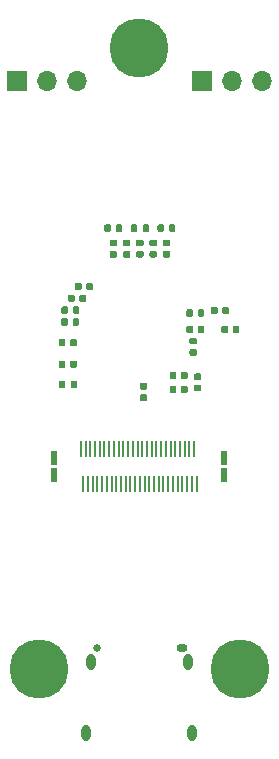
<source format=gbr>
%TF.GenerationSoftware,KiCad,Pcbnew,(5.1.2)-1*%
%TF.CreationDate,2022-05-17T10:19:51-05:00*%
%TF.ProjectId,aducm_board,61647563-6d5f-4626-9f61-72642e6b6963,1.6*%
%TF.SameCoordinates,Original*%
%TF.FileFunction,Soldermask,Bot*%
%TF.FilePolarity,Negative*%
%FSLAX46Y46*%
G04 Gerber Fmt 4.6, Leading zero omitted, Abs format (unit mm)*
G04 Created by KiCad (PCBNEW (5.1.2)-1) date 2022-05-17 10:19:51*
%MOMM*%
%LPD*%
G04 APERTURE LIST*
%ADD10C,0.100000*%
%ADD11C,0.540000*%
%ADD12R,0.500000X1.200000*%
%ADD13R,0.196660X1.350000*%
%ADD14C,5.000000*%
%ADD15C,0.560000*%
%ADD16C,0.650000*%
%ADD17O,0.950000X0.650000*%
%ADD18O,0.800000X1.400000*%
%ADD19O,1.700000X1.700000*%
%ADD20R,1.700000X1.700000*%
G04 APERTURE END LIST*
D10*
%TO.C,R5*%
G36*
X135088232Y-122390650D02*
G01*
X135101337Y-122392594D01*
X135114188Y-122395813D01*
X135126662Y-122400276D01*
X135138639Y-122405941D01*
X135150002Y-122412752D01*
X135160643Y-122420644D01*
X135170459Y-122429541D01*
X135179356Y-122439357D01*
X135187248Y-122449998D01*
X135194059Y-122461361D01*
X135199724Y-122473338D01*
X135204187Y-122485812D01*
X135207406Y-122498663D01*
X135209350Y-122511768D01*
X135210000Y-122525000D01*
X135210000Y-122895000D01*
X135209350Y-122908232D01*
X135207406Y-122921337D01*
X135204187Y-122934188D01*
X135199724Y-122946662D01*
X135194059Y-122958639D01*
X135187248Y-122970002D01*
X135179356Y-122980643D01*
X135170459Y-122990459D01*
X135160643Y-122999356D01*
X135150002Y-123007248D01*
X135138639Y-123014059D01*
X135126662Y-123019724D01*
X135114188Y-123024187D01*
X135101337Y-123027406D01*
X135088232Y-123029350D01*
X135075000Y-123030000D01*
X134805000Y-123030000D01*
X134791768Y-123029350D01*
X134778663Y-123027406D01*
X134765812Y-123024187D01*
X134753338Y-123019724D01*
X134741361Y-123014059D01*
X134729998Y-123007248D01*
X134719357Y-122999356D01*
X134709541Y-122990459D01*
X134700644Y-122980643D01*
X134692752Y-122970002D01*
X134685941Y-122958639D01*
X134680276Y-122946662D01*
X134675813Y-122934188D01*
X134672594Y-122921337D01*
X134670650Y-122908232D01*
X134670000Y-122895000D01*
X134670000Y-122525000D01*
X134670650Y-122511768D01*
X134672594Y-122498663D01*
X134675813Y-122485812D01*
X134680276Y-122473338D01*
X134685941Y-122461361D01*
X134692752Y-122449998D01*
X134700644Y-122439357D01*
X134709541Y-122429541D01*
X134719357Y-122420644D01*
X134729998Y-122412752D01*
X134741361Y-122405941D01*
X134753338Y-122400276D01*
X134765812Y-122395813D01*
X134778663Y-122392594D01*
X134791768Y-122390650D01*
X134805000Y-122390000D01*
X135075000Y-122390000D01*
X135088232Y-122390650D01*
X135088232Y-122390650D01*
G37*
D11*
X134940000Y-122710000D03*
D10*
G36*
X136108232Y-122390650D02*
G01*
X136121337Y-122392594D01*
X136134188Y-122395813D01*
X136146662Y-122400276D01*
X136158639Y-122405941D01*
X136170002Y-122412752D01*
X136180643Y-122420644D01*
X136190459Y-122429541D01*
X136199356Y-122439357D01*
X136207248Y-122449998D01*
X136214059Y-122461361D01*
X136219724Y-122473338D01*
X136224187Y-122485812D01*
X136227406Y-122498663D01*
X136229350Y-122511768D01*
X136230000Y-122525000D01*
X136230000Y-122895000D01*
X136229350Y-122908232D01*
X136227406Y-122921337D01*
X136224187Y-122934188D01*
X136219724Y-122946662D01*
X136214059Y-122958639D01*
X136207248Y-122970002D01*
X136199356Y-122980643D01*
X136190459Y-122990459D01*
X136180643Y-122999356D01*
X136170002Y-123007248D01*
X136158639Y-123014059D01*
X136146662Y-123019724D01*
X136134188Y-123024187D01*
X136121337Y-123027406D01*
X136108232Y-123029350D01*
X136095000Y-123030000D01*
X135825000Y-123030000D01*
X135811768Y-123029350D01*
X135798663Y-123027406D01*
X135785812Y-123024187D01*
X135773338Y-123019724D01*
X135761361Y-123014059D01*
X135749998Y-123007248D01*
X135739357Y-122999356D01*
X135729541Y-122990459D01*
X135720644Y-122980643D01*
X135712752Y-122970002D01*
X135705941Y-122958639D01*
X135700276Y-122946662D01*
X135695813Y-122934188D01*
X135692594Y-122921337D01*
X135690650Y-122908232D01*
X135690000Y-122895000D01*
X135690000Y-122525000D01*
X135690650Y-122511768D01*
X135692594Y-122498663D01*
X135695813Y-122485812D01*
X135700276Y-122473338D01*
X135705941Y-122461361D01*
X135712752Y-122449998D01*
X135720644Y-122439357D01*
X135729541Y-122429541D01*
X135739357Y-122420644D01*
X135749998Y-122412752D01*
X135761361Y-122405941D01*
X135773338Y-122400276D01*
X135785812Y-122395813D01*
X135798663Y-122392594D01*
X135811768Y-122390650D01*
X135825000Y-122390000D01*
X136095000Y-122390000D01*
X136108232Y-122390650D01*
X136108232Y-122390650D01*
G37*
D11*
X135960000Y-122710000D03*
%TD*%
D12*
%TO.C,J2*%
X148700000Y-128965000D03*
X148700000Y-130365000D03*
X134250000Y-128965000D03*
X134250000Y-130365000D03*
D13*
X136550000Y-128190000D03*
X136950000Y-128190000D03*
X137350000Y-128190000D03*
X137750000Y-128190000D03*
X138150000Y-128190000D03*
X138550000Y-128190000D03*
X138950000Y-128190000D03*
X139350000Y-128190000D03*
X139750000Y-128190000D03*
X140150000Y-128190000D03*
X140550000Y-128190000D03*
X140950000Y-128190000D03*
X141350000Y-128190000D03*
X141750000Y-128190000D03*
X142150000Y-128190000D03*
X142550000Y-128190000D03*
X142950000Y-128190000D03*
X143350000Y-128190000D03*
X143750000Y-128190000D03*
X144150000Y-128190000D03*
X144550000Y-128190000D03*
X144950000Y-128190000D03*
X145350000Y-128190000D03*
X145750000Y-128190000D03*
X146150000Y-128190000D03*
X136750000Y-131140000D03*
X137150000Y-131140000D03*
X137550000Y-131140000D03*
X137950000Y-131140000D03*
X138350000Y-131140000D03*
X138750000Y-131140000D03*
X139150000Y-131140000D03*
X139550000Y-131140000D03*
X139950000Y-131140000D03*
X140350000Y-131140000D03*
X140750000Y-131140000D03*
X141150000Y-131140000D03*
X141550000Y-131140000D03*
X141950000Y-131140000D03*
X142350000Y-131140000D03*
X142750000Y-131140000D03*
X143150000Y-131140000D03*
X143550000Y-131140000D03*
X143950000Y-131140000D03*
X144350000Y-131140000D03*
X144750000Y-131140000D03*
X145150000Y-131140000D03*
X145550000Y-131140000D03*
X145950000Y-131140000D03*
X146350000Y-131140000D03*
%TD*%
D14*
%TO.C,REF\002A\002A*%
X141500000Y-94200000D03*
%TD*%
%TO.C,REF\002A\002A*%
X150026001Y-146800000D03*
%TD*%
%TO.C,REF\002A\002A*%
X132973999Y-146800000D03*
%TD*%
D10*
%TO.C,C23*%
G36*
X148893722Y-117730674D02*
G01*
X148907313Y-117732690D01*
X148920640Y-117736028D01*
X148933576Y-117740657D01*
X148945996Y-117746531D01*
X148957780Y-117753594D01*
X148968815Y-117761779D01*
X148978995Y-117771005D01*
X148988221Y-117781185D01*
X148996406Y-117792220D01*
X149003469Y-117804004D01*
X149009343Y-117816424D01*
X149013972Y-117829360D01*
X149017310Y-117842687D01*
X149019326Y-117856278D01*
X149020000Y-117870000D01*
X149020000Y-118210000D01*
X149019326Y-118223722D01*
X149017310Y-118237313D01*
X149013972Y-118250640D01*
X149009343Y-118263576D01*
X149003469Y-118275996D01*
X148996406Y-118287780D01*
X148988221Y-118298815D01*
X148978995Y-118308995D01*
X148968815Y-118318221D01*
X148957780Y-118326406D01*
X148945996Y-118333469D01*
X148933576Y-118339343D01*
X148920640Y-118343972D01*
X148907313Y-118347310D01*
X148893722Y-118349326D01*
X148880000Y-118350000D01*
X148600000Y-118350000D01*
X148586278Y-118349326D01*
X148572687Y-118347310D01*
X148559360Y-118343972D01*
X148546424Y-118339343D01*
X148534004Y-118333469D01*
X148522220Y-118326406D01*
X148511185Y-118318221D01*
X148501005Y-118308995D01*
X148491779Y-118298815D01*
X148483594Y-118287780D01*
X148476531Y-118275996D01*
X148470657Y-118263576D01*
X148466028Y-118250640D01*
X148462690Y-118237313D01*
X148460674Y-118223722D01*
X148460000Y-118210000D01*
X148460000Y-117870000D01*
X148460674Y-117856278D01*
X148462690Y-117842687D01*
X148466028Y-117829360D01*
X148470657Y-117816424D01*
X148476531Y-117804004D01*
X148483594Y-117792220D01*
X148491779Y-117781185D01*
X148501005Y-117771005D01*
X148511185Y-117761779D01*
X148522220Y-117753594D01*
X148534004Y-117746531D01*
X148546424Y-117740657D01*
X148559360Y-117736028D01*
X148572687Y-117732690D01*
X148586278Y-117730674D01*
X148600000Y-117730000D01*
X148880000Y-117730000D01*
X148893722Y-117730674D01*
X148893722Y-117730674D01*
G37*
D15*
X148740000Y-118040000D03*
D10*
G36*
X149853722Y-117730674D02*
G01*
X149867313Y-117732690D01*
X149880640Y-117736028D01*
X149893576Y-117740657D01*
X149905996Y-117746531D01*
X149917780Y-117753594D01*
X149928815Y-117761779D01*
X149938995Y-117771005D01*
X149948221Y-117781185D01*
X149956406Y-117792220D01*
X149963469Y-117804004D01*
X149969343Y-117816424D01*
X149973972Y-117829360D01*
X149977310Y-117842687D01*
X149979326Y-117856278D01*
X149980000Y-117870000D01*
X149980000Y-118210000D01*
X149979326Y-118223722D01*
X149977310Y-118237313D01*
X149973972Y-118250640D01*
X149969343Y-118263576D01*
X149963469Y-118275996D01*
X149956406Y-118287780D01*
X149948221Y-118298815D01*
X149938995Y-118308995D01*
X149928815Y-118318221D01*
X149917780Y-118326406D01*
X149905996Y-118333469D01*
X149893576Y-118339343D01*
X149880640Y-118343972D01*
X149867313Y-118347310D01*
X149853722Y-118349326D01*
X149840000Y-118350000D01*
X149560000Y-118350000D01*
X149546278Y-118349326D01*
X149532687Y-118347310D01*
X149519360Y-118343972D01*
X149506424Y-118339343D01*
X149494004Y-118333469D01*
X149482220Y-118326406D01*
X149471185Y-118318221D01*
X149461005Y-118308995D01*
X149451779Y-118298815D01*
X149443594Y-118287780D01*
X149436531Y-118275996D01*
X149430657Y-118263576D01*
X149426028Y-118250640D01*
X149422690Y-118237313D01*
X149420674Y-118223722D01*
X149420000Y-118210000D01*
X149420000Y-117870000D01*
X149420674Y-117856278D01*
X149422690Y-117842687D01*
X149426028Y-117829360D01*
X149430657Y-117816424D01*
X149436531Y-117804004D01*
X149443594Y-117792220D01*
X149451779Y-117781185D01*
X149461005Y-117771005D01*
X149471185Y-117761779D01*
X149482220Y-117753594D01*
X149494004Y-117746531D01*
X149506424Y-117740657D01*
X149519360Y-117736028D01*
X149532687Y-117732690D01*
X149546278Y-117730674D01*
X149560000Y-117730000D01*
X149840000Y-117730000D01*
X149853722Y-117730674D01*
X149853722Y-117730674D01*
G37*
D15*
X149700000Y-118040000D03*
%TD*%
D16*
%TO.C,J1*%
X137900000Y-144980000D03*
D17*
X145100000Y-144980000D03*
D18*
X137010000Y-152180000D03*
X145990000Y-152180000D03*
X145630000Y-146230000D03*
X137370000Y-146230000D03*
%TD*%
D10*
%TO.C,C8*%
G36*
X135123722Y-118840674D02*
G01*
X135137313Y-118842690D01*
X135150640Y-118846028D01*
X135163576Y-118850657D01*
X135175996Y-118856531D01*
X135187780Y-118863594D01*
X135198815Y-118871779D01*
X135208995Y-118881005D01*
X135218221Y-118891185D01*
X135226406Y-118902220D01*
X135233469Y-118914004D01*
X135239343Y-118926424D01*
X135243972Y-118939360D01*
X135247310Y-118952687D01*
X135249326Y-118966278D01*
X135250000Y-118980000D01*
X135250000Y-119320000D01*
X135249326Y-119333722D01*
X135247310Y-119347313D01*
X135243972Y-119360640D01*
X135239343Y-119373576D01*
X135233469Y-119385996D01*
X135226406Y-119397780D01*
X135218221Y-119408815D01*
X135208995Y-119418995D01*
X135198815Y-119428221D01*
X135187780Y-119436406D01*
X135175996Y-119443469D01*
X135163576Y-119449343D01*
X135150640Y-119453972D01*
X135137313Y-119457310D01*
X135123722Y-119459326D01*
X135110000Y-119460000D01*
X134830000Y-119460000D01*
X134816278Y-119459326D01*
X134802687Y-119457310D01*
X134789360Y-119453972D01*
X134776424Y-119449343D01*
X134764004Y-119443469D01*
X134752220Y-119436406D01*
X134741185Y-119428221D01*
X134731005Y-119418995D01*
X134721779Y-119408815D01*
X134713594Y-119397780D01*
X134706531Y-119385996D01*
X134700657Y-119373576D01*
X134696028Y-119360640D01*
X134692690Y-119347313D01*
X134690674Y-119333722D01*
X134690000Y-119320000D01*
X134690000Y-118980000D01*
X134690674Y-118966278D01*
X134692690Y-118952687D01*
X134696028Y-118939360D01*
X134700657Y-118926424D01*
X134706531Y-118914004D01*
X134713594Y-118902220D01*
X134721779Y-118891185D01*
X134731005Y-118881005D01*
X134741185Y-118871779D01*
X134752220Y-118863594D01*
X134764004Y-118856531D01*
X134776424Y-118850657D01*
X134789360Y-118846028D01*
X134802687Y-118842690D01*
X134816278Y-118840674D01*
X134830000Y-118840000D01*
X135110000Y-118840000D01*
X135123722Y-118840674D01*
X135123722Y-118840674D01*
G37*
D15*
X134970000Y-119150000D03*
D10*
G36*
X136083722Y-118840674D02*
G01*
X136097313Y-118842690D01*
X136110640Y-118846028D01*
X136123576Y-118850657D01*
X136135996Y-118856531D01*
X136147780Y-118863594D01*
X136158815Y-118871779D01*
X136168995Y-118881005D01*
X136178221Y-118891185D01*
X136186406Y-118902220D01*
X136193469Y-118914004D01*
X136199343Y-118926424D01*
X136203972Y-118939360D01*
X136207310Y-118952687D01*
X136209326Y-118966278D01*
X136210000Y-118980000D01*
X136210000Y-119320000D01*
X136209326Y-119333722D01*
X136207310Y-119347313D01*
X136203972Y-119360640D01*
X136199343Y-119373576D01*
X136193469Y-119385996D01*
X136186406Y-119397780D01*
X136178221Y-119408815D01*
X136168995Y-119418995D01*
X136158815Y-119428221D01*
X136147780Y-119436406D01*
X136135996Y-119443469D01*
X136123576Y-119449343D01*
X136110640Y-119453972D01*
X136097313Y-119457310D01*
X136083722Y-119459326D01*
X136070000Y-119460000D01*
X135790000Y-119460000D01*
X135776278Y-119459326D01*
X135762687Y-119457310D01*
X135749360Y-119453972D01*
X135736424Y-119449343D01*
X135724004Y-119443469D01*
X135712220Y-119436406D01*
X135701185Y-119428221D01*
X135691005Y-119418995D01*
X135681779Y-119408815D01*
X135673594Y-119397780D01*
X135666531Y-119385996D01*
X135660657Y-119373576D01*
X135656028Y-119360640D01*
X135652690Y-119347313D01*
X135650674Y-119333722D01*
X135650000Y-119320000D01*
X135650000Y-118980000D01*
X135650674Y-118966278D01*
X135652690Y-118952687D01*
X135656028Y-118939360D01*
X135660657Y-118926424D01*
X135666531Y-118914004D01*
X135673594Y-118902220D01*
X135681779Y-118891185D01*
X135691005Y-118881005D01*
X135701185Y-118871779D01*
X135712220Y-118863594D01*
X135724004Y-118856531D01*
X135736424Y-118850657D01*
X135749360Y-118846028D01*
X135762687Y-118842690D01*
X135776278Y-118840674D01*
X135790000Y-118840000D01*
X136070000Y-118840000D01*
X136083722Y-118840674D01*
X136083722Y-118840674D01*
G37*
D15*
X135930000Y-119150000D03*
%TD*%
D10*
%TO.C,C9*%
G36*
X142033722Y-123530674D02*
G01*
X142047313Y-123532690D01*
X142060640Y-123536028D01*
X142073576Y-123540657D01*
X142085996Y-123546531D01*
X142097780Y-123553594D01*
X142108815Y-123561779D01*
X142118995Y-123571005D01*
X142128221Y-123581185D01*
X142136406Y-123592220D01*
X142143469Y-123604004D01*
X142149343Y-123616424D01*
X142153972Y-123629360D01*
X142157310Y-123642687D01*
X142159326Y-123656278D01*
X142160000Y-123670000D01*
X142160000Y-123950000D01*
X142159326Y-123963722D01*
X142157310Y-123977313D01*
X142153972Y-123990640D01*
X142149343Y-124003576D01*
X142143469Y-124015996D01*
X142136406Y-124027780D01*
X142128221Y-124038815D01*
X142118995Y-124048995D01*
X142108815Y-124058221D01*
X142097780Y-124066406D01*
X142085996Y-124073469D01*
X142073576Y-124079343D01*
X142060640Y-124083972D01*
X142047313Y-124087310D01*
X142033722Y-124089326D01*
X142020000Y-124090000D01*
X141680000Y-124090000D01*
X141666278Y-124089326D01*
X141652687Y-124087310D01*
X141639360Y-124083972D01*
X141626424Y-124079343D01*
X141614004Y-124073469D01*
X141602220Y-124066406D01*
X141591185Y-124058221D01*
X141581005Y-124048995D01*
X141571779Y-124038815D01*
X141563594Y-124027780D01*
X141556531Y-124015996D01*
X141550657Y-124003576D01*
X141546028Y-123990640D01*
X141542690Y-123977313D01*
X141540674Y-123963722D01*
X141540000Y-123950000D01*
X141540000Y-123670000D01*
X141540674Y-123656278D01*
X141542690Y-123642687D01*
X141546028Y-123629360D01*
X141550657Y-123616424D01*
X141556531Y-123604004D01*
X141563594Y-123592220D01*
X141571779Y-123581185D01*
X141581005Y-123571005D01*
X141591185Y-123561779D01*
X141602220Y-123553594D01*
X141614004Y-123546531D01*
X141626424Y-123540657D01*
X141639360Y-123536028D01*
X141652687Y-123532690D01*
X141666278Y-123530674D01*
X141680000Y-123530000D01*
X142020000Y-123530000D01*
X142033722Y-123530674D01*
X142033722Y-123530674D01*
G37*
D15*
X141850000Y-123810000D03*
D10*
G36*
X142033722Y-122570674D02*
G01*
X142047313Y-122572690D01*
X142060640Y-122576028D01*
X142073576Y-122580657D01*
X142085996Y-122586531D01*
X142097780Y-122593594D01*
X142108815Y-122601779D01*
X142118995Y-122611005D01*
X142128221Y-122621185D01*
X142136406Y-122632220D01*
X142143469Y-122644004D01*
X142149343Y-122656424D01*
X142153972Y-122669360D01*
X142157310Y-122682687D01*
X142159326Y-122696278D01*
X142160000Y-122710000D01*
X142160000Y-122990000D01*
X142159326Y-123003722D01*
X142157310Y-123017313D01*
X142153972Y-123030640D01*
X142149343Y-123043576D01*
X142143469Y-123055996D01*
X142136406Y-123067780D01*
X142128221Y-123078815D01*
X142118995Y-123088995D01*
X142108815Y-123098221D01*
X142097780Y-123106406D01*
X142085996Y-123113469D01*
X142073576Y-123119343D01*
X142060640Y-123123972D01*
X142047313Y-123127310D01*
X142033722Y-123129326D01*
X142020000Y-123130000D01*
X141680000Y-123130000D01*
X141666278Y-123129326D01*
X141652687Y-123127310D01*
X141639360Y-123123972D01*
X141626424Y-123119343D01*
X141614004Y-123113469D01*
X141602220Y-123106406D01*
X141591185Y-123098221D01*
X141581005Y-123088995D01*
X141571779Y-123078815D01*
X141563594Y-123067780D01*
X141556531Y-123055996D01*
X141550657Y-123043576D01*
X141546028Y-123030640D01*
X141542690Y-123017313D01*
X141540674Y-123003722D01*
X141540000Y-122990000D01*
X141540000Y-122710000D01*
X141540674Y-122696278D01*
X141542690Y-122682687D01*
X141546028Y-122669360D01*
X141550657Y-122656424D01*
X141556531Y-122644004D01*
X141563594Y-122632220D01*
X141571779Y-122621185D01*
X141581005Y-122611005D01*
X141591185Y-122601779D01*
X141602220Y-122593594D01*
X141614004Y-122586531D01*
X141626424Y-122580657D01*
X141639360Y-122576028D01*
X141652687Y-122572690D01*
X141666278Y-122570674D01*
X141680000Y-122570000D01*
X142020000Y-122570000D01*
X142033722Y-122570674D01*
X142033722Y-122570674D01*
G37*
D15*
X141850000Y-122850000D03*
%TD*%
D10*
%TO.C,C27*%
G36*
X145473722Y-121630674D02*
G01*
X145487313Y-121632690D01*
X145500640Y-121636028D01*
X145513576Y-121640657D01*
X145525996Y-121646531D01*
X145537780Y-121653594D01*
X145548815Y-121661779D01*
X145558995Y-121671005D01*
X145568221Y-121681185D01*
X145576406Y-121692220D01*
X145583469Y-121704004D01*
X145589343Y-121716424D01*
X145593972Y-121729360D01*
X145597310Y-121742687D01*
X145599326Y-121756278D01*
X145600000Y-121770000D01*
X145600000Y-122110000D01*
X145599326Y-122123722D01*
X145597310Y-122137313D01*
X145593972Y-122150640D01*
X145589343Y-122163576D01*
X145583469Y-122175996D01*
X145576406Y-122187780D01*
X145568221Y-122198815D01*
X145558995Y-122208995D01*
X145548815Y-122218221D01*
X145537780Y-122226406D01*
X145525996Y-122233469D01*
X145513576Y-122239343D01*
X145500640Y-122243972D01*
X145487313Y-122247310D01*
X145473722Y-122249326D01*
X145460000Y-122250000D01*
X145180000Y-122250000D01*
X145166278Y-122249326D01*
X145152687Y-122247310D01*
X145139360Y-122243972D01*
X145126424Y-122239343D01*
X145114004Y-122233469D01*
X145102220Y-122226406D01*
X145091185Y-122218221D01*
X145081005Y-122208995D01*
X145071779Y-122198815D01*
X145063594Y-122187780D01*
X145056531Y-122175996D01*
X145050657Y-122163576D01*
X145046028Y-122150640D01*
X145042690Y-122137313D01*
X145040674Y-122123722D01*
X145040000Y-122110000D01*
X145040000Y-121770000D01*
X145040674Y-121756278D01*
X145042690Y-121742687D01*
X145046028Y-121729360D01*
X145050657Y-121716424D01*
X145056531Y-121704004D01*
X145063594Y-121692220D01*
X145071779Y-121681185D01*
X145081005Y-121671005D01*
X145091185Y-121661779D01*
X145102220Y-121653594D01*
X145114004Y-121646531D01*
X145126424Y-121640657D01*
X145139360Y-121636028D01*
X145152687Y-121632690D01*
X145166278Y-121630674D01*
X145180000Y-121630000D01*
X145460000Y-121630000D01*
X145473722Y-121630674D01*
X145473722Y-121630674D01*
G37*
D15*
X145320000Y-121940000D03*
D10*
G36*
X144513722Y-121630674D02*
G01*
X144527313Y-121632690D01*
X144540640Y-121636028D01*
X144553576Y-121640657D01*
X144565996Y-121646531D01*
X144577780Y-121653594D01*
X144588815Y-121661779D01*
X144598995Y-121671005D01*
X144608221Y-121681185D01*
X144616406Y-121692220D01*
X144623469Y-121704004D01*
X144629343Y-121716424D01*
X144633972Y-121729360D01*
X144637310Y-121742687D01*
X144639326Y-121756278D01*
X144640000Y-121770000D01*
X144640000Y-122110000D01*
X144639326Y-122123722D01*
X144637310Y-122137313D01*
X144633972Y-122150640D01*
X144629343Y-122163576D01*
X144623469Y-122175996D01*
X144616406Y-122187780D01*
X144608221Y-122198815D01*
X144598995Y-122208995D01*
X144588815Y-122218221D01*
X144577780Y-122226406D01*
X144565996Y-122233469D01*
X144553576Y-122239343D01*
X144540640Y-122243972D01*
X144527313Y-122247310D01*
X144513722Y-122249326D01*
X144500000Y-122250000D01*
X144220000Y-122250000D01*
X144206278Y-122249326D01*
X144192687Y-122247310D01*
X144179360Y-122243972D01*
X144166424Y-122239343D01*
X144154004Y-122233469D01*
X144142220Y-122226406D01*
X144131185Y-122218221D01*
X144121005Y-122208995D01*
X144111779Y-122198815D01*
X144103594Y-122187780D01*
X144096531Y-122175996D01*
X144090657Y-122163576D01*
X144086028Y-122150640D01*
X144082690Y-122137313D01*
X144080674Y-122123722D01*
X144080000Y-122110000D01*
X144080000Y-121770000D01*
X144080674Y-121756278D01*
X144082690Y-121742687D01*
X144086028Y-121729360D01*
X144090657Y-121716424D01*
X144096531Y-121704004D01*
X144103594Y-121692220D01*
X144111779Y-121681185D01*
X144121005Y-121671005D01*
X144131185Y-121661779D01*
X144142220Y-121653594D01*
X144154004Y-121646531D01*
X144166424Y-121640657D01*
X144179360Y-121636028D01*
X144192687Y-121632690D01*
X144206278Y-121630674D01*
X144220000Y-121630000D01*
X144500000Y-121630000D01*
X144513722Y-121630674D01*
X144513722Y-121630674D01*
G37*
D15*
X144360000Y-121940000D03*
%TD*%
D10*
%TO.C,C31*%
G36*
X145473722Y-122810674D02*
G01*
X145487313Y-122812690D01*
X145500640Y-122816028D01*
X145513576Y-122820657D01*
X145525996Y-122826531D01*
X145537780Y-122833594D01*
X145548815Y-122841779D01*
X145558995Y-122851005D01*
X145568221Y-122861185D01*
X145576406Y-122872220D01*
X145583469Y-122884004D01*
X145589343Y-122896424D01*
X145593972Y-122909360D01*
X145597310Y-122922687D01*
X145599326Y-122936278D01*
X145600000Y-122950000D01*
X145600000Y-123290000D01*
X145599326Y-123303722D01*
X145597310Y-123317313D01*
X145593972Y-123330640D01*
X145589343Y-123343576D01*
X145583469Y-123355996D01*
X145576406Y-123367780D01*
X145568221Y-123378815D01*
X145558995Y-123388995D01*
X145548815Y-123398221D01*
X145537780Y-123406406D01*
X145525996Y-123413469D01*
X145513576Y-123419343D01*
X145500640Y-123423972D01*
X145487313Y-123427310D01*
X145473722Y-123429326D01*
X145460000Y-123430000D01*
X145180000Y-123430000D01*
X145166278Y-123429326D01*
X145152687Y-123427310D01*
X145139360Y-123423972D01*
X145126424Y-123419343D01*
X145114004Y-123413469D01*
X145102220Y-123406406D01*
X145091185Y-123398221D01*
X145081005Y-123388995D01*
X145071779Y-123378815D01*
X145063594Y-123367780D01*
X145056531Y-123355996D01*
X145050657Y-123343576D01*
X145046028Y-123330640D01*
X145042690Y-123317313D01*
X145040674Y-123303722D01*
X145040000Y-123290000D01*
X145040000Y-122950000D01*
X145040674Y-122936278D01*
X145042690Y-122922687D01*
X145046028Y-122909360D01*
X145050657Y-122896424D01*
X145056531Y-122884004D01*
X145063594Y-122872220D01*
X145071779Y-122861185D01*
X145081005Y-122851005D01*
X145091185Y-122841779D01*
X145102220Y-122833594D01*
X145114004Y-122826531D01*
X145126424Y-122820657D01*
X145139360Y-122816028D01*
X145152687Y-122812690D01*
X145166278Y-122810674D01*
X145180000Y-122810000D01*
X145460000Y-122810000D01*
X145473722Y-122810674D01*
X145473722Y-122810674D01*
G37*
D15*
X145320000Y-123120000D03*
D10*
G36*
X144513722Y-122810674D02*
G01*
X144527313Y-122812690D01*
X144540640Y-122816028D01*
X144553576Y-122820657D01*
X144565996Y-122826531D01*
X144577780Y-122833594D01*
X144588815Y-122841779D01*
X144598995Y-122851005D01*
X144608221Y-122861185D01*
X144616406Y-122872220D01*
X144623469Y-122884004D01*
X144629343Y-122896424D01*
X144633972Y-122909360D01*
X144637310Y-122922687D01*
X144639326Y-122936278D01*
X144640000Y-122950000D01*
X144640000Y-123290000D01*
X144639326Y-123303722D01*
X144637310Y-123317313D01*
X144633972Y-123330640D01*
X144629343Y-123343576D01*
X144623469Y-123355996D01*
X144616406Y-123367780D01*
X144608221Y-123378815D01*
X144598995Y-123388995D01*
X144588815Y-123398221D01*
X144577780Y-123406406D01*
X144565996Y-123413469D01*
X144553576Y-123419343D01*
X144540640Y-123423972D01*
X144527313Y-123427310D01*
X144513722Y-123429326D01*
X144500000Y-123430000D01*
X144220000Y-123430000D01*
X144206278Y-123429326D01*
X144192687Y-123427310D01*
X144179360Y-123423972D01*
X144166424Y-123419343D01*
X144154004Y-123413469D01*
X144142220Y-123406406D01*
X144131185Y-123398221D01*
X144121005Y-123388995D01*
X144111779Y-123378815D01*
X144103594Y-123367780D01*
X144096531Y-123355996D01*
X144090657Y-123343576D01*
X144086028Y-123330640D01*
X144082690Y-123317313D01*
X144080674Y-123303722D01*
X144080000Y-123290000D01*
X144080000Y-122950000D01*
X144080674Y-122936278D01*
X144082690Y-122922687D01*
X144086028Y-122909360D01*
X144090657Y-122896424D01*
X144096531Y-122884004D01*
X144103594Y-122872220D01*
X144111779Y-122861185D01*
X144121005Y-122851005D01*
X144131185Y-122841779D01*
X144142220Y-122833594D01*
X144154004Y-122826531D01*
X144166424Y-122820657D01*
X144179360Y-122816028D01*
X144192687Y-122812690D01*
X144206278Y-122810674D01*
X144220000Y-122810000D01*
X144500000Y-122810000D01*
X144513722Y-122810674D01*
X144513722Y-122810674D01*
G37*
D15*
X144360000Y-123120000D03*
%TD*%
D10*
%TO.C,C21*%
G36*
X146633722Y-122730674D02*
G01*
X146647313Y-122732690D01*
X146660640Y-122736028D01*
X146673576Y-122740657D01*
X146685996Y-122746531D01*
X146697780Y-122753594D01*
X146708815Y-122761779D01*
X146718995Y-122771005D01*
X146728221Y-122781185D01*
X146736406Y-122792220D01*
X146743469Y-122804004D01*
X146749343Y-122816424D01*
X146753972Y-122829360D01*
X146757310Y-122842687D01*
X146759326Y-122856278D01*
X146760000Y-122870000D01*
X146760000Y-123150000D01*
X146759326Y-123163722D01*
X146757310Y-123177313D01*
X146753972Y-123190640D01*
X146749343Y-123203576D01*
X146743469Y-123215996D01*
X146736406Y-123227780D01*
X146728221Y-123238815D01*
X146718995Y-123248995D01*
X146708815Y-123258221D01*
X146697780Y-123266406D01*
X146685996Y-123273469D01*
X146673576Y-123279343D01*
X146660640Y-123283972D01*
X146647313Y-123287310D01*
X146633722Y-123289326D01*
X146620000Y-123290000D01*
X146280000Y-123290000D01*
X146266278Y-123289326D01*
X146252687Y-123287310D01*
X146239360Y-123283972D01*
X146226424Y-123279343D01*
X146214004Y-123273469D01*
X146202220Y-123266406D01*
X146191185Y-123258221D01*
X146181005Y-123248995D01*
X146171779Y-123238815D01*
X146163594Y-123227780D01*
X146156531Y-123215996D01*
X146150657Y-123203576D01*
X146146028Y-123190640D01*
X146142690Y-123177313D01*
X146140674Y-123163722D01*
X146140000Y-123150000D01*
X146140000Y-122870000D01*
X146140674Y-122856278D01*
X146142690Y-122842687D01*
X146146028Y-122829360D01*
X146150657Y-122816424D01*
X146156531Y-122804004D01*
X146163594Y-122792220D01*
X146171779Y-122781185D01*
X146181005Y-122771005D01*
X146191185Y-122761779D01*
X146202220Y-122753594D01*
X146214004Y-122746531D01*
X146226424Y-122740657D01*
X146239360Y-122736028D01*
X146252687Y-122732690D01*
X146266278Y-122730674D01*
X146280000Y-122730000D01*
X146620000Y-122730000D01*
X146633722Y-122730674D01*
X146633722Y-122730674D01*
G37*
D15*
X146450000Y-123010000D03*
D10*
G36*
X146633722Y-121770674D02*
G01*
X146647313Y-121772690D01*
X146660640Y-121776028D01*
X146673576Y-121780657D01*
X146685996Y-121786531D01*
X146697780Y-121793594D01*
X146708815Y-121801779D01*
X146718995Y-121811005D01*
X146728221Y-121821185D01*
X146736406Y-121832220D01*
X146743469Y-121844004D01*
X146749343Y-121856424D01*
X146753972Y-121869360D01*
X146757310Y-121882687D01*
X146759326Y-121896278D01*
X146760000Y-121910000D01*
X146760000Y-122190000D01*
X146759326Y-122203722D01*
X146757310Y-122217313D01*
X146753972Y-122230640D01*
X146749343Y-122243576D01*
X146743469Y-122255996D01*
X146736406Y-122267780D01*
X146728221Y-122278815D01*
X146718995Y-122288995D01*
X146708815Y-122298221D01*
X146697780Y-122306406D01*
X146685996Y-122313469D01*
X146673576Y-122319343D01*
X146660640Y-122323972D01*
X146647313Y-122327310D01*
X146633722Y-122329326D01*
X146620000Y-122330000D01*
X146280000Y-122330000D01*
X146266278Y-122329326D01*
X146252687Y-122327310D01*
X146239360Y-122323972D01*
X146226424Y-122319343D01*
X146214004Y-122313469D01*
X146202220Y-122306406D01*
X146191185Y-122298221D01*
X146181005Y-122288995D01*
X146171779Y-122278815D01*
X146163594Y-122267780D01*
X146156531Y-122255996D01*
X146150657Y-122243576D01*
X146146028Y-122230640D01*
X146142690Y-122217313D01*
X146140674Y-122203722D01*
X146140000Y-122190000D01*
X146140000Y-121910000D01*
X146140674Y-121896278D01*
X146142690Y-121882687D01*
X146146028Y-121869360D01*
X146150657Y-121856424D01*
X146156531Y-121844004D01*
X146163594Y-121832220D01*
X146171779Y-121821185D01*
X146181005Y-121811005D01*
X146191185Y-121801779D01*
X146202220Y-121793594D01*
X146214004Y-121786531D01*
X146226424Y-121780657D01*
X146239360Y-121776028D01*
X146252687Y-121772690D01*
X146266278Y-121770674D01*
X146280000Y-121770000D01*
X146620000Y-121770000D01*
X146633722Y-121770674D01*
X146633722Y-121770674D01*
G37*
D15*
X146450000Y-122050000D03*
%TD*%
D10*
%TO.C,R4*%
G36*
X142208232Y-109140650D02*
G01*
X142221337Y-109142594D01*
X142234188Y-109145813D01*
X142246662Y-109150276D01*
X142258639Y-109155941D01*
X142270002Y-109162752D01*
X142280643Y-109170644D01*
X142290459Y-109179541D01*
X142299356Y-109189357D01*
X142307248Y-109199998D01*
X142314059Y-109211361D01*
X142319724Y-109223338D01*
X142324187Y-109235812D01*
X142327406Y-109248663D01*
X142329350Y-109261768D01*
X142330000Y-109275000D01*
X142330000Y-109645000D01*
X142329350Y-109658232D01*
X142327406Y-109671337D01*
X142324187Y-109684188D01*
X142319724Y-109696662D01*
X142314059Y-109708639D01*
X142307248Y-109720002D01*
X142299356Y-109730643D01*
X142290459Y-109740459D01*
X142280643Y-109749356D01*
X142270002Y-109757248D01*
X142258639Y-109764059D01*
X142246662Y-109769724D01*
X142234188Y-109774187D01*
X142221337Y-109777406D01*
X142208232Y-109779350D01*
X142195000Y-109780000D01*
X141925000Y-109780000D01*
X141911768Y-109779350D01*
X141898663Y-109777406D01*
X141885812Y-109774187D01*
X141873338Y-109769724D01*
X141861361Y-109764059D01*
X141849998Y-109757248D01*
X141839357Y-109749356D01*
X141829541Y-109740459D01*
X141820644Y-109730643D01*
X141812752Y-109720002D01*
X141805941Y-109708639D01*
X141800276Y-109696662D01*
X141795813Y-109684188D01*
X141792594Y-109671337D01*
X141790650Y-109658232D01*
X141790000Y-109645000D01*
X141790000Y-109275000D01*
X141790650Y-109261768D01*
X141792594Y-109248663D01*
X141795813Y-109235812D01*
X141800276Y-109223338D01*
X141805941Y-109211361D01*
X141812752Y-109199998D01*
X141820644Y-109189357D01*
X141829541Y-109179541D01*
X141839357Y-109170644D01*
X141849998Y-109162752D01*
X141861361Y-109155941D01*
X141873338Y-109150276D01*
X141885812Y-109145813D01*
X141898663Y-109142594D01*
X141911768Y-109140650D01*
X141925000Y-109140000D01*
X142195000Y-109140000D01*
X142208232Y-109140650D01*
X142208232Y-109140650D01*
G37*
D11*
X142060000Y-109460000D03*
D10*
G36*
X141188232Y-109140650D02*
G01*
X141201337Y-109142594D01*
X141214188Y-109145813D01*
X141226662Y-109150276D01*
X141238639Y-109155941D01*
X141250002Y-109162752D01*
X141260643Y-109170644D01*
X141270459Y-109179541D01*
X141279356Y-109189357D01*
X141287248Y-109199998D01*
X141294059Y-109211361D01*
X141299724Y-109223338D01*
X141304187Y-109235812D01*
X141307406Y-109248663D01*
X141309350Y-109261768D01*
X141310000Y-109275000D01*
X141310000Y-109645000D01*
X141309350Y-109658232D01*
X141307406Y-109671337D01*
X141304187Y-109684188D01*
X141299724Y-109696662D01*
X141294059Y-109708639D01*
X141287248Y-109720002D01*
X141279356Y-109730643D01*
X141270459Y-109740459D01*
X141260643Y-109749356D01*
X141250002Y-109757248D01*
X141238639Y-109764059D01*
X141226662Y-109769724D01*
X141214188Y-109774187D01*
X141201337Y-109777406D01*
X141188232Y-109779350D01*
X141175000Y-109780000D01*
X140905000Y-109780000D01*
X140891768Y-109779350D01*
X140878663Y-109777406D01*
X140865812Y-109774187D01*
X140853338Y-109769724D01*
X140841361Y-109764059D01*
X140829998Y-109757248D01*
X140819357Y-109749356D01*
X140809541Y-109740459D01*
X140800644Y-109730643D01*
X140792752Y-109720002D01*
X140785941Y-109708639D01*
X140780276Y-109696662D01*
X140775813Y-109684188D01*
X140772594Y-109671337D01*
X140770650Y-109658232D01*
X140770000Y-109645000D01*
X140770000Y-109275000D01*
X140770650Y-109261768D01*
X140772594Y-109248663D01*
X140775813Y-109235812D01*
X140780276Y-109223338D01*
X140785941Y-109211361D01*
X140792752Y-109199998D01*
X140800644Y-109189357D01*
X140809541Y-109179541D01*
X140819357Y-109170644D01*
X140829998Y-109162752D01*
X140841361Y-109155941D01*
X140853338Y-109150276D01*
X140865812Y-109145813D01*
X140878663Y-109142594D01*
X140891768Y-109140650D01*
X140905000Y-109140000D01*
X141175000Y-109140000D01*
X141188232Y-109140650D01*
X141188232Y-109140650D01*
G37*
D11*
X141040000Y-109460000D03*
%TD*%
D19*
%TO.C,J3*%
X151900000Y-96990000D03*
X149360000Y-96990000D03*
D20*
X146820000Y-96990000D03*
%TD*%
D19*
%TO.C,J4*%
X136200000Y-96990000D03*
X133660000Y-96990000D03*
D20*
X131120000Y-96990000D03*
%TD*%
D10*
%TO.C,C29*%
G36*
X135323722Y-117100674D02*
G01*
X135337313Y-117102690D01*
X135350640Y-117106028D01*
X135363576Y-117110657D01*
X135375996Y-117116531D01*
X135387780Y-117123594D01*
X135398815Y-117131779D01*
X135408995Y-117141005D01*
X135418221Y-117151185D01*
X135426406Y-117162220D01*
X135433469Y-117174004D01*
X135439343Y-117186424D01*
X135443972Y-117199360D01*
X135447310Y-117212687D01*
X135449326Y-117226278D01*
X135450000Y-117240000D01*
X135450000Y-117580000D01*
X135449326Y-117593722D01*
X135447310Y-117607313D01*
X135443972Y-117620640D01*
X135439343Y-117633576D01*
X135433469Y-117645996D01*
X135426406Y-117657780D01*
X135418221Y-117668815D01*
X135408995Y-117678995D01*
X135398815Y-117688221D01*
X135387780Y-117696406D01*
X135375996Y-117703469D01*
X135363576Y-117709343D01*
X135350640Y-117713972D01*
X135337313Y-117717310D01*
X135323722Y-117719326D01*
X135310000Y-117720000D01*
X135030000Y-117720000D01*
X135016278Y-117719326D01*
X135002687Y-117717310D01*
X134989360Y-117713972D01*
X134976424Y-117709343D01*
X134964004Y-117703469D01*
X134952220Y-117696406D01*
X134941185Y-117688221D01*
X134931005Y-117678995D01*
X134921779Y-117668815D01*
X134913594Y-117657780D01*
X134906531Y-117645996D01*
X134900657Y-117633576D01*
X134896028Y-117620640D01*
X134892690Y-117607313D01*
X134890674Y-117593722D01*
X134890000Y-117580000D01*
X134890000Y-117240000D01*
X134890674Y-117226278D01*
X134892690Y-117212687D01*
X134896028Y-117199360D01*
X134900657Y-117186424D01*
X134906531Y-117174004D01*
X134913594Y-117162220D01*
X134921779Y-117151185D01*
X134931005Y-117141005D01*
X134941185Y-117131779D01*
X134952220Y-117123594D01*
X134964004Y-117116531D01*
X134976424Y-117110657D01*
X134989360Y-117106028D01*
X135002687Y-117102690D01*
X135016278Y-117100674D01*
X135030000Y-117100000D01*
X135310000Y-117100000D01*
X135323722Y-117100674D01*
X135323722Y-117100674D01*
G37*
D15*
X135170000Y-117410000D03*
D10*
G36*
X136283722Y-117100674D02*
G01*
X136297313Y-117102690D01*
X136310640Y-117106028D01*
X136323576Y-117110657D01*
X136335996Y-117116531D01*
X136347780Y-117123594D01*
X136358815Y-117131779D01*
X136368995Y-117141005D01*
X136378221Y-117151185D01*
X136386406Y-117162220D01*
X136393469Y-117174004D01*
X136399343Y-117186424D01*
X136403972Y-117199360D01*
X136407310Y-117212687D01*
X136409326Y-117226278D01*
X136410000Y-117240000D01*
X136410000Y-117580000D01*
X136409326Y-117593722D01*
X136407310Y-117607313D01*
X136403972Y-117620640D01*
X136399343Y-117633576D01*
X136393469Y-117645996D01*
X136386406Y-117657780D01*
X136378221Y-117668815D01*
X136368995Y-117678995D01*
X136358815Y-117688221D01*
X136347780Y-117696406D01*
X136335996Y-117703469D01*
X136323576Y-117709343D01*
X136310640Y-117713972D01*
X136297313Y-117717310D01*
X136283722Y-117719326D01*
X136270000Y-117720000D01*
X135990000Y-117720000D01*
X135976278Y-117719326D01*
X135962687Y-117717310D01*
X135949360Y-117713972D01*
X135936424Y-117709343D01*
X135924004Y-117703469D01*
X135912220Y-117696406D01*
X135901185Y-117688221D01*
X135891005Y-117678995D01*
X135881779Y-117668815D01*
X135873594Y-117657780D01*
X135866531Y-117645996D01*
X135860657Y-117633576D01*
X135856028Y-117620640D01*
X135852690Y-117607313D01*
X135850674Y-117593722D01*
X135850000Y-117580000D01*
X135850000Y-117240000D01*
X135850674Y-117226278D01*
X135852690Y-117212687D01*
X135856028Y-117199360D01*
X135860657Y-117186424D01*
X135866531Y-117174004D01*
X135873594Y-117162220D01*
X135881779Y-117151185D01*
X135891005Y-117141005D01*
X135901185Y-117131779D01*
X135912220Y-117123594D01*
X135924004Y-117116531D01*
X135936424Y-117110657D01*
X135949360Y-117106028D01*
X135962687Y-117102690D01*
X135976278Y-117100674D01*
X135990000Y-117100000D01*
X136270000Y-117100000D01*
X136283722Y-117100674D01*
X136283722Y-117100674D01*
G37*
D15*
X136130000Y-117410000D03*
%TD*%
D10*
%TO.C,C28*%
G36*
X135123722Y-120690674D02*
G01*
X135137313Y-120692690D01*
X135150640Y-120696028D01*
X135163576Y-120700657D01*
X135175996Y-120706531D01*
X135187780Y-120713594D01*
X135198815Y-120721779D01*
X135208995Y-120731005D01*
X135218221Y-120741185D01*
X135226406Y-120752220D01*
X135233469Y-120764004D01*
X135239343Y-120776424D01*
X135243972Y-120789360D01*
X135247310Y-120802687D01*
X135249326Y-120816278D01*
X135250000Y-120830000D01*
X135250000Y-121170000D01*
X135249326Y-121183722D01*
X135247310Y-121197313D01*
X135243972Y-121210640D01*
X135239343Y-121223576D01*
X135233469Y-121235996D01*
X135226406Y-121247780D01*
X135218221Y-121258815D01*
X135208995Y-121268995D01*
X135198815Y-121278221D01*
X135187780Y-121286406D01*
X135175996Y-121293469D01*
X135163576Y-121299343D01*
X135150640Y-121303972D01*
X135137313Y-121307310D01*
X135123722Y-121309326D01*
X135110000Y-121310000D01*
X134830000Y-121310000D01*
X134816278Y-121309326D01*
X134802687Y-121307310D01*
X134789360Y-121303972D01*
X134776424Y-121299343D01*
X134764004Y-121293469D01*
X134752220Y-121286406D01*
X134741185Y-121278221D01*
X134731005Y-121268995D01*
X134721779Y-121258815D01*
X134713594Y-121247780D01*
X134706531Y-121235996D01*
X134700657Y-121223576D01*
X134696028Y-121210640D01*
X134692690Y-121197313D01*
X134690674Y-121183722D01*
X134690000Y-121170000D01*
X134690000Y-120830000D01*
X134690674Y-120816278D01*
X134692690Y-120802687D01*
X134696028Y-120789360D01*
X134700657Y-120776424D01*
X134706531Y-120764004D01*
X134713594Y-120752220D01*
X134721779Y-120741185D01*
X134731005Y-120731005D01*
X134741185Y-120721779D01*
X134752220Y-120713594D01*
X134764004Y-120706531D01*
X134776424Y-120700657D01*
X134789360Y-120696028D01*
X134802687Y-120692690D01*
X134816278Y-120690674D01*
X134830000Y-120690000D01*
X135110000Y-120690000D01*
X135123722Y-120690674D01*
X135123722Y-120690674D01*
G37*
D15*
X134970000Y-121000000D03*
D10*
G36*
X136083722Y-120690674D02*
G01*
X136097313Y-120692690D01*
X136110640Y-120696028D01*
X136123576Y-120700657D01*
X136135996Y-120706531D01*
X136147780Y-120713594D01*
X136158815Y-120721779D01*
X136168995Y-120731005D01*
X136178221Y-120741185D01*
X136186406Y-120752220D01*
X136193469Y-120764004D01*
X136199343Y-120776424D01*
X136203972Y-120789360D01*
X136207310Y-120802687D01*
X136209326Y-120816278D01*
X136210000Y-120830000D01*
X136210000Y-121170000D01*
X136209326Y-121183722D01*
X136207310Y-121197313D01*
X136203972Y-121210640D01*
X136199343Y-121223576D01*
X136193469Y-121235996D01*
X136186406Y-121247780D01*
X136178221Y-121258815D01*
X136168995Y-121268995D01*
X136158815Y-121278221D01*
X136147780Y-121286406D01*
X136135996Y-121293469D01*
X136123576Y-121299343D01*
X136110640Y-121303972D01*
X136097313Y-121307310D01*
X136083722Y-121309326D01*
X136070000Y-121310000D01*
X135790000Y-121310000D01*
X135776278Y-121309326D01*
X135762687Y-121307310D01*
X135749360Y-121303972D01*
X135736424Y-121299343D01*
X135724004Y-121293469D01*
X135712220Y-121286406D01*
X135701185Y-121278221D01*
X135691005Y-121268995D01*
X135681779Y-121258815D01*
X135673594Y-121247780D01*
X135666531Y-121235996D01*
X135660657Y-121223576D01*
X135656028Y-121210640D01*
X135652690Y-121197313D01*
X135650674Y-121183722D01*
X135650000Y-121170000D01*
X135650000Y-120830000D01*
X135650674Y-120816278D01*
X135652690Y-120802687D01*
X135656028Y-120789360D01*
X135660657Y-120776424D01*
X135666531Y-120764004D01*
X135673594Y-120752220D01*
X135681779Y-120741185D01*
X135691005Y-120731005D01*
X135701185Y-120721779D01*
X135712220Y-120713594D01*
X135724004Y-120706531D01*
X135736424Y-120700657D01*
X135749360Y-120696028D01*
X135762687Y-120692690D01*
X135776278Y-120690674D01*
X135790000Y-120690000D01*
X136070000Y-120690000D01*
X136083722Y-120690674D01*
X136083722Y-120690674D01*
G37*
D15*
X135930000Y-121000000D03*
%TD*%
D10*
%TO.C,C20*%
G36*
X143983722Y-110430674D02*
G01*
X143997313Y-110432690D01*
X144010640Y-110436028D01*
X144023576Y-110440657D01*
X144035996Y-110446531D01*
X144047780Y-110453594D01*
X144058815Y-110461779D01*
X144068995Y-110471005D01*
X144078221Y-110481185D01*
X144086406Y-110492220D01*
X144093469Y-110504004D01*
X144099343Y-110516424D01*
X144103972Y-110529360D01*
X144107310Y-110542687D01*
X144109326Y-110556278D01*
X144110000Y-110570000D01*
X144110000Y-110850000D01*
X144109326Y-110863722D01*
X144107310Y-110877313D01*
X144103972Y-110890640D01*
X144099343Y-110903576D01*
X144093469Y-110915996D01*
X144086406Y-110927780D01*
X144078221Y-110938815D01*
X144068995Y-110948995D01*
X144058815Y-110958221D01*
X144047780Y-110966406D01*
X144035996Y-110973469D01*
X144023576Y-110979343D01*
X144010640Y-110983972D01*
X143997313Y-110987310D01*
X143983722Y-110989326D01*
X143970000Y-110990000D01*
X143630000Y-110990000D01*
X143616278Y-110989326D01*
X143602687Y-110987310D01*
X143589360Y-110983972D01*
X143576424Y-110979343D01*
X143564004Y-110973469D01*
X143552220Y-110966406D01*
X143541185Y-110958221D01*
X143531005Y-110948995D01*
X143521779Y-110938815D01*
X143513594Y-110927780D01*
X143506531Y-110915996D01*
X143500657Y-110903576D01*
X143496028Y-110890640D01*
X143492690Y-110877313D01*
X143490674Y-110863722D01*
X143490000Y-110850000D01*
X143490000Y-110570000D01*
X143490674Y-110556278D01*
X143492690Y-110542687D01*
X143496028Y-110529360D01*
X143500657Y-110516424D01*
X143506531Y-110504004D01*
X143513594Y-110492220D01*
X143521779Y-110481185D01*
X143531005Y-110471005D01*
X143541185Y-110461779D01*
X143552220Y-110453594D01*
X143564004Y-110446531D01*
X143576424Y-110440657D01*
X143589360Y-110436028D01*
X143602687Y-110432690D01*
X143616278Y-110430674D01*
X143630000Y-110430000D01*
X143970000Y-110430000D01*
X143983722Y-110430674D01*
X143983722Y-110430674D01*
G37*
D15*
X143800000Y-110710000D03*
D10*
G36*
X143983722Y-111390674D02*
G01*
X143997313Y-111392690D01*
X144010640Y-111396028D01*
X144023576Y-111400657D01*
X144035996Y-111406531D01*
X144047780Y-111413594D01*
X144058815Y-111421779D01*
X144068995Y-111431005D01*
X144078221Y-111441185D01*
X144086406Y-111452220D01*
X144093469Y-111464004D01*
X144099343Y-111476424D01*
X144103972Y-111489360D01*
X144107310Y-111502687D01*
X144109326Y-111516278D01*
X144110000Y-111530000D01*
X144110000Y-111810000D01*
X144109326Y-111823722D01*
X144107310Y-111837313D01*
X144103972Y-111850640D01*
X144099343Y-111863576D01*
X144093469Y-111875996D01*
X144086406Y-111887780D01*
X144078221Y-111898815D01*
X144068995Y-111908995D01*
X144058815Y-111918221D01*
X144047780Y-111926406D01*
X144035996Y-111933469D01*
X144023576Y-111939343D01*
X144010640Y-111943972D01*
X143997313Y-111947310D01*
X143983722Y-111949326D01*
X143970000Y-111950000D01*
X143630000Y-111950000D01*
X143616278Y-111949326D01*
X143602687Y-111947310D01*
X143589360Y-111943972D01*
X143576424Y-111939343D01*
X143564004Y-111933469D01*
X143552220Y-111926406D01*
X143541185Y-111918221D01*
X143531005Y-111908995D01*
X143521779Y-111898815D01*
X143513594Y-111887780D01*
X143506531Y-111875996D01*
X143500657Y-111863576D01*
X143496028Y-111850640D01*
X143492690Y-111837313D01*
X143490674Y-111823722D01*
X143490000Y-111810000D01*
X143490000Y-111530000D01*
X143490674Y-111516278D01*
X143492690Y-111502687D01*
X143496028Y-111489360D01*
X143500657Y-111476424D01*
X143506531Y-111464004D01*
X143513594Y-111452220D01*
X143521779Y-111441185D01*
X143531005Y-111431005D01*
X143541185Y-111421779D01*
X143552220Y-111413594D01*
X143564004Y-111406531D01*
X143576424Y-111400657D01*
X143589360Y-111396028D01*
X143602687Y-111392690D01*
X143616278Y-111390674D01*
X143630000Y-111390000D01*
X143970000Y-111390000D01*
X143983722Y-111390674D01*
X143983722Y-111390674D01*
G37*
D15*
X143800000Y-111670000D03*
%TD*%
D10*
%TO.C,C19*%
G36*
X139483722Y-110450674D02*
G01*
X139497313Y-110452690D01*
X139510640Y-110456028D01*
X139523576Y-110460657D01*
X139535996Y-110466531D01*
X139547780Y-110473594D01*
X139558815Y-110481779D01*
X139568995Y-110491005D01*
X139578221Y-110501185D01*
X139586406Y-110512220D01*
X139593469Y-110524004D01*
X139599343Y-110536424D01*
X139603972Y-110549360D01*
X139607310Y-110562687D01*
X139609326Y-110576278D01*
X139610000Y-110590000D01*
X139610000Y-110870000D01*
X139609326Y-110883722D01*
X139607310Y-110897313D01*
X139603972Y-110910640D01*
X139599343Y-110923576D01*
X139593469Y-110935996D01*
X139586406Y-110947780D01*
X139578221Y-110958815D01*
X139568995Y-110968995D01*
X139558815Y-110978221D01*
X139547780Y-110986406D01*
X139535996Y-110993469D01*
X139523576Y-110999343D01*
X139510640Y-111003972D01*
X139497313Y-111007310D01*
X139483722Y-111009326D01*
X139470000Y-111010000D01*
X139130000Y-111010000D01*
X139116278Y-111009326D01*
X139102687Y-111007310D01*
X139089360Y-111003972D01*
X139076424Y-110999343D01*
X139064004Y-110993469D01*
X139052220Y-110986406D01*
X139041185Y-110978221D01*
X139031005Y-110968995D01*
X139021779Y-110958815D01*
X139013594Y-110947780D01*
X139006531Y-110935996D01*
X139000657Y-110923576D01*
X138996028Y-110910640D01*
X138992690Y-110897313D01*
X138990674Y-110883722D01*
X138990000Y-110870000D01*
X138990000Y-110590000D01*
X138990674Y-110576278D01*
X138992690Y-110562687D01*
X138996028Y-110549360D01*
X139000657Y-110536424D01*
X139006531Y-110524004D01*
X139013594Y-110512220D01*
X139021779Y-110501185D01*
X139031005Y-110491005D01*
X139041185Y-110481779D01*
X139052220Y-110473594D01*
X139064004Y-110466531D01*
X139076424Y-110460657D01*
X139089360Y-110456028D01*
X139102687Y-110452690D01*
X139116278Y-110450674D01*
X139130000Y-110450000D01*
X139470000Y-110450000D01*
X139483722Y-110450674D01*
X139483722Y-110450674D01*
G37*
D15*
X139300000Y-110730000D03*
D10*
G36*
X139483722Y-111410674D02*
G01*
X139497313Y-111412690D01*
X139510640Y-111416028D01*
X139523576Y-111420657D01*
X139535996Y-111426531D01*
X139547780Y-111433594D01*
X139558815Y-111441779D01*
X139568995Y-111451005D01*
X139578221Y-111461185D01*
X139586406Y-111472220D01*
X139593469Y-111484004D01*
X139599343Y-111496424D01*
X139603972Y-111509360D01*
X139607310Y-111522687D01*
X139609326Y-111536278D01*
X139610000Y-111550000D01*
X139610000Y-111830000D01*
X139609326Y-111843722D01*
X139607310Y-111857313D01*
X139603972Y-111870640D01*
X139599343Y-111883576D01*
X139593469Y-111895996D01*
X139586406Y-111907780D01*
X139578221Y-111918815D01*
X139568995Y-111928995D01*
X139558815Y-111938221D01*
X139547780Y-111946406D01*
X139535996Y-111953469D01*
X139523576Y-111959343D01*
X139510640Y-111963972D01*
X139497313Y-111967310D01*
X139483722Y-111969326D01*
X139470000Y-111970000D01*
X139130000Y-111970000D01*
X139116278Y-111969326D01*
X139102687Y-111967310D01*
X139089360Y-111963972D01*
X139076424Y-111959343D01*
X139064004Y-111953469D01*
X139052220Y-111946406D01*
X139041185Y-111938221D01*
X139031005Y-111928995D01*
X139021779Y-111918815D01*
X139013594Y-111907780D01*
X139006531Y-111895996D01*
X139000657Y-111883576D01*
X138996028Y-111870640D01*
X138992690Y-111857313D01*
X138990674Y-111843722D01*
X138990000Y-111830000D01*
X138990000Y-111550000D01*
X138990674Y-111536278D01*
X138992690Y-111522687D01*
X138996028Y-111509360D01*
X139000657Y-111496424D01*
X139006531Y-111484004D01*
X139013594Y-111472220D01*
X139021779Y-111461185D01*
X139031005Y-111451005D01*
X139041185Y-111441779D01*
X139052220Y-111433594D01*
X139064004Y-111426531D01*
X139076424Y-111420657D01*
X139089360Y-111416028D01*
X139102687Y-111412690D01*
X139116278Y-111410674D01*
X139130000Y-111410000D01*
X139470000Y-111410000D01*
X139483722Y-111410674D01*
X139483722Y-111410674D01*
G37*
D15*
X139300000Y-111690000D03*
%TD*%
D10*
%TO.C,C25*%
G36*
X146243722Y-118750674D02*
G01*
X146257313Y-118752690D01*
X146270640Y-118756028D01*
X146283576Y-118760657D01*
X146295996Y-118766531D01*
X146307780Y-118773594D01*
X146318815Y-118781779D01*
X146328995Y-118791005D01*
X146338221Y-118801185D01*
X146346406Y-118812220D01*
X146353469Y-118824004D01*
X146359343Y-118836424D01*
X146363972Y-118849360D01*
X146367310Y-118862687D01*
X146369326Y-118876278D01*
X146370000Y-118890000D01*
X146370000Y-119170000D01*
X146369326Y-119183722D01*
X146367310Y-119197313D01*
X146363972Y-119210640D01*
X146359343Y-119223576D01*
X146353469Y-119235996D01*
X146346406Y-119247780D01*
X146338221Y-119258815D01*
X146328995Y-119268995D01*
X146318815Y-119278221D01*
X146307780Y-119286406D01*
X146295996Y-119293469D01*
X146283576Y-119299343D01*
X146270640Y-119303972D01*
X146257313Y-119307310D01*
X146243722Y-119309326D01*
X146230000Y-119310000D01*
X145890000Y-119310000D01*
X145876278Y-119309326D01*
X145862687Y-119307310D01*
X145849360Y-119303972D01*
X145836424Y-119299343D01*
X145824004Y-119293469D01*
X145812220Y-119286406D01*
X145801185Y-119278221D01*
X145791005Y-119268995D01*
X145781779Y-119258815D01*
X145773594Y-119247780D01*
X145766531Y-119235996D01*
X145760657Y-119223576D01*
X145756028Y-119210640D01*
X145752690Y-119197313D01*
X145750674Y-119183722D01*
X145750000Y-119170000D01*
X145750000Y-118890000D01*
X145750674Y-118876278D01*
X145752690Y-118862687D01*
X145756028Y-118849360D01*
X145760657Y-118836424D01*
X145766531Y-118824004D01*
X145773594Y-118812220D01*
X145781779Y-118801185D01*
X145791005Y-118791005D01*
X145801185Y-118781779D01*
X145812220Y-118773594D01*
X145824004Y-118766531D01*
X145836424Y-118760657D01*
X145849360Y-118756028D01*
X145862687Y-118752690D01*
X145876278Y-118750674D01*
X145890000Y-118750000D01*
X146230000Y-118750000D01*
X146243722Y-118750674D01*
X146243722Y-118750674D01*
G37*
D15*
X146060000Y-119030000D03*
D10*
G36*
X146243722Y-119710674D02*
G01*
X146257313Y-119712690D01*
X146270640Y-119716028D01*
X146283576Y-119720657D01*
X146295996Y-119726531D01*
X146307780Y-119733594D01*
X146318815Y-119741779D01*
X146328995Y-119751005D01*
X146338221Y-119761185D01*
X146346406Y-119772220D01*
X146353469Y-119784004D01*
X146359343Y-119796424D01*
X146363972Y-119809360D01*
X146367310Y-119822687D01*
X146369326Y-119836278D01*
X146370000Y-119850000D01*
X146370000Y-120130000D01*
X146369326Y-120143722D01*
X146367310Y-120157313D01*
X146363972Y-120170640D01*
X146359343Y-120183576D01*
X146353469Y-120195996D01*
X146346406Y-120207780D01*
X146338221Y-120218815D01*
X146328995Y-120228995D01*
X146318815Y-120238221D01*
X146307780Y-120246406D01*
X146295996Y-120253469D01*
X146283576Y-120259343D01*
X146270640Y-120263972D01*
X146257313Y-120267310D01*
X146243722Y-120269326D01*
X146230000Y-120270000D01*
X145890000Y-120270000D01*
X145876278Y-120269326D01*
X145862687Y-120267310D01*
X145849360Y-120263972D01*
X145836424Y-120259343D01*
X145824004Y-120253469D01*
X145812220Y-120246406D01*
X145801185Y-120238221D01*
X145791005Y-120228995D01*
X145781779Y-120218815D01*
X145773594Y-120207780D01*
X145766531Y-120195996D01*
X145760657Y-120183576D01*
X145756028Y-120170640D01*
X145752690Y-120157313D01*
X145750674Y-120143722D01*
X145750000Y-120130000D01*
X145750000Y-119850000D01*
X145750674Y-119836278D01*
X145752690Y-119822687D01*
X145756028Y-119809360D01*
X145760657Y-119796424D01*
X145766531Y-119784004D01*
X145773594Y-119772220D01*
X145781779Y-119761185D01*
X145791005Y-119751005D01*
X145801185Y-119741779D01*
X145812220Y-119733594D01*
X145824004Y-119726531D01*
X145836424Y-119720657D01*
X145849360Y-119716028D01*
X145862687Y-119712690D01*
X145876278Y-119710674D01*
X145890000Y-119710000D01*
X146230000Y-119710000D01*
X146243722Y-119710674D01*
X146243722Y-119710674D01*
G37*
D15*
X146060000Y-119990000D03*
%TD*%
D10*
%TO.C,C22*%
G36*
X136863722Y-115090674D02*
G01*
X136877313Y-115092690D01*
X136890640Y-115096028D01*
X136903576Y-115100657D01*
X136915996Y-115106531D01*
X136927780Y-115113594D01*
X136938815Y-115121779D01*
X136948995Y-115131005D01*
X136958221Y-115141185D01*
X136966406Y-115152220D01*
X136973469Y-115164004D01*
X136979343Y-115176424D01*
X136983972Y-115189360D01*
X136987310Y-115202687D01*
X136989326Y-115216278D01*
X136990000Y-115230000D01*
X136990000Y-115570000D01*
X136989326Y-115583722D01*
X136987310Y-115597313D01*
X136983972Y-115610640D01*
X136979343Y-115623576D01*
X136973469Y-115635996D01*
X136966406Y-115647780D01*
X136958221Y-115658815D01*
X136948995Y-115668995D01*
X136938815Y-115678221D01*
X136927780Y-115686406D01*
X136915996Y-115693469D01*
X136903576Y-115699343D01*
X136890640Y-115703972D01*
X136877313Y-115707310D01*
X136863722Y-115709326D01*
X136850000Y-115710000D01*
X136570000Y-115710000D01*
X136556278Y-115709326D01*
X136542687Y-115707310D01*
X136529360Y-115703972D01*
X136516424Y-115699343D01*
X136504004Y-115693469D01*
X136492220Y-115686406D01*
X136481185Y-115678221D01*
X136471005Y-115668995D01*
X136461779Y-115658815D01*
X136453594Y-115647780D01*
X136446531Y-115635996D01*
X136440657Y-115623576D01*
X136436028Y-115610640D01*
X136432690Y-115597313D01*
X136430674Y-115583722D01*
X136430000Y-115570000D01*
X136430000Y-115230000D01*
X136430674Y-115216278D01*
X136432690Y-115202687D01*
X136436028Y-115189360D01*
X136440657Y-115176424D01*
X136446531Y-115164004D01*
X136453594Y-115152220D01*
X136461779Y-115141185D01*
X136471005Y-115131005D01*
X136481185Y-115121779D01*
X136492220Y-115113594D01*
X136504004Y-115106531D01*
X136516424Y-115100657D01*
X136529360Y-115096028D01*
X136542687Y-115092690D01*
X136556278Y-115090674D01*
X136570000Y-115090000D01*
X136850000Y-115090000D01*
X136863722Y-115090674D01*
X136863722Y-115090674D01*
G37*
D15*
X136710000Y-115400000D03*
D10*
G36*
X135903722Y-115090674D02*
G01*
X135917313Y-115092690D01*
X135930640Y-115096028D01*
X135943576Y-115100657D01*
X135955996Y-115106531D01*
X135967780Y-115113594D01*
X135978815Y-115121779D01*
X135988995Y-115131005D01*
X135998221Y-115141185D01*
X136006406Y-115152220D01*
X136013469Y-115164004D01*
X136019343Y-115176424D01*
X136023972Y-115189360D01*
X136027310Y-115202687D01*
X136029326Y-115216278D01*
X136030000Y-115230000D01*
X136030000Y-115570000D01*
X136029326Y-115583722D01*
X136027310Y-115597313D01*
X136023972Y-115610640D01*
X136019343Y-115623576D01*
X136013469Y-115635996D01*
X136006406Y-115647780D01*
X135998221Y-115658815D01*
X135988995Y-115668995D01*
X135978815Y-115678221D01*
X135967780Y-115686406D01*
X135955996Y-115693469D01*
X135943576Y-115699343D01*
X135930640Y-115703972D01*
X135917313Y-115707310D01*
X135903722Y-115709326D01*
X135890000Y-115710000D01*
X135610000Y-115710000D01*
X135596278Y-115709326D01*
X135582687Y-115707310D01*
X135569360Y-115703972D01*
X135556424Y-115699343D01*
X135544004Y-115693469D01*
X135532220Y-115686406D01*
X135521185Y-115678221D01*
X135511005Y-115668995D01*
X135501779Y-115658815D01*
X135493594Y-115647780D01*
X135486531Y-115635996D01*
X135480657Y-115623576D01*
X135476028Y-115610640D01*
X135472690Y-115597313D01*
X135470674Y-115583722D01*
X135470000Y-115570000D01*
X135470000Y-115230000D01*
X135470674Y-115216278D01*
X135472690Y-115202687D01*
X135476028Y-115189360D01*
X135480657Y-115176424D01*
X135486531Y-115164004D01*
X135493594Y-115152220D01*
X135501779Y-115141185D01*
X135511005Y-115131005D01*
X135521185Y-115121779D01*
X135532220Y-115113594D01*
X135544004Y-115106531D01*
X135556424Y-115100657D01*
X135569360Y-115096028D01*
X135582687Y-115092690D01*
X135596278Y-115090674D01*
X135610000Y-115090000D01*
X135890000Y-115090000D01*
X135903722Y-115090674D01*
X135903722Y-115090674D01*
G37*
D15*
X135750000Y-115400000D03*
%TD*%
D10*
%TO.C,C18*%
G36*
X146883722Y-117730674D02*
G01*
X146897313Y-117732690D01*
X146910640Y-117736028D01*
X146923576Y-117740657D01*
X146935996Y-117746531D01*
X146947780Y-117753594D01*
X146958815Y-117761779D01*
X146968995Y-117771005D01*
X146978221Y-117781185D01*
X146986406Y-117792220D01*
X146993469Y-117804004D01*
X146999343Y-117816424D01*
X147003972Y-117829360D01*
X147007310Y-117842687D01*
X147009326Y-117856278D01*
X147010000Y-117870000D01*
X147010000Y-118210000D01*
X147009326Y-118223722D01*
X147007310Y-118237313D01*
X147003972Y-118250640D01*
X146999343Y-118263576D01*
X146993469Y-118275996D01*
X146986406Y-118287780D01*
X146978221Y-118298815D01*
X146968995Y-118308995D01*
X146958815Y-118318221D01*
X146947780Y-118326406D01*
X146935996Y-118333469D01*
X146923576Y-118339343D01*
X146910640Y-118343972D01*
X146897313Y-118347310D01*
X146883722Y-118349326D01*
X146870000Y-118350000D01*
X146590000Y-118350000D01*
X146576278Y-118349326D01*
X146562687Y-118347310D01*
X146549360Y-118343972D01*
X146536424Y-118339343D01*
X146524004Y-118333469D01*
X146512220Y-118326406D01*
X146501185Y-118318221D01*
X146491005Y-118308995D01*
X146481779Y-118298815D01*
X146473594Y-118287780D01*
X146466531Y-118275996D01*
X146460657Y-118263576D01*
X146456028Y-118250640D01*
X146452690Y-118237313D01*
X146450674Y-118223722D01*
X146450000Y-118210000D01*
X146450000Y-117870000D01*
X146450674Y-117856278D01*
X146452690Y-117842687D01*
X146456028Y-117829360D01*
X146460657Y-117816424D01*
X146466531Y-117804004D01*
X146473594Y-117792220D01*
X146481779Y-117781185D01*
X146491005Y-117771005D01*
X146501185Y-117761779D01*
X146512220Y-117753594D01*
X146524004Y-117746531D01*
X146536424Y-117740657D01*
X146549360Y-117736028D01*
X146562687Y-117732690D01*
X146576278Y-117730674D01*
X146590000Y-117730000D01*
X146870000Y-117730000D01*
X146883722Y-117730674D01*
X146883722Y-117730674D01*
G37*
D15*
X146730000Y-118040000D03*
D10*
G36*
X145923722Y-117730674D02*
G01*
X145937313Y-117732690D01*
X145950640Y-117736028D01*
X145963576Y-117740657D01*
X145975996Y-117746531D01*
X145987780Y-117753594D01*
X145998815Y-117761779D01*
X146008995Y-117771005D01*
X146018221Y-117781185D01*
X146026406Y-117792220D01*
X146033469Y-117804004D01*
X146039343Y-117816424D01*
X146043972Y-117829360D01*
X146047310Y-117842687D01*
X146049326Y-117856278D01*
X146050000Y-117870000D01*
X146050000Y-118210000D01*
X146049326Y-118223722D01*
X146047310Y-118237313D01*
X146043972Y-118250640D01*
X146039343Y-118263576D01*
X146033469Y-118275996D01*
X146026406Y-118287780D01*
X146018221Y-118298815D01*
X146008995Y-118308995D01*
X145998815Y-118318221D01*
X145987780Y-118326406D01*
X145975996Y-118333469D01*
X145963576Y-118339343D01*
X145950640Y-118343972D01*
X145937313Y-118347310D01*
X145923722Y-118349326D01*
X145910000Y-118350000D01*
X145630000Y-118350000D01*
X145616278Y-118349326D01*
X145602687Y-118347310D01*
X145589360Y-118343972D01*
X145576424Y-118339343D01*
X145564004Y-118333469D01*
X145552220Y-118326406D01*
X145541185Y-118318221D01*
X145531005Y-118308995D01*
X145521779Y-118298815D01*
X145513594Y-118287780D01*
X145506531Y-118275996D01*
X145500657Y-118263576D01*
X145496028Y-118250640D01*
X145492690Y-118237313D01*
X145490674Y-118223722D01*
X145490000Y-118210000D01*
X145490000Y-117870000D01*
X145490674Y-117856278D01*
X145492690Y-117842687D01*
X145496028Y-117829360D01*
X145500657Y-117816424D01*
X145506531Y-117804004D01*
X145513594Y-117792220D01*
X145521779Y-117781185D01*
X145531005Y-117771005D01*
X145541185Y-117761779D01*
X145552220Y-117753594D01*
X145564004Y-117746531D01*
X145576424Y-117740657D01*
X145589360Y-117736028D01*
X145602687Y-117732690D01*
X145616278Y-117730674D01*
X145630000Y-117730000D01*
X145910000Y-117730000D01*
X145923722Y-117730674D01*
X145923722Y-117730674D01*
G37*
D15*
X145770000Y-118040000D03*
%TD*%
D10*
%TO.C,C17*%
G36*
X135343722Y-116090674D02*
G01*
X135357313Y-116092690D01*
X135370640Y-116096028D01*
X135383576Y-116100657D01*
X135395996Y-116106531D01*
X135407780Y-116113594D01*
X135418815Y-116121779D01*
X135428995Y-116131005D01*
X135438221Y-116141185D01*
X135446406Y-116152220D01*
X135453469Y-116164004D01*
X135459343Y-116176424D01*
X135463972Y-116189360D01*
X135467310Y-116202687D01*
X135469326Y-116216278D01*
X135470000Y-116230000D01*
X135470000Y-116570000D01*
X135469326Y-116583722D01*
X135467310Y-116597313D01*
X135463972Y-116610640D01*
X135459343Y-116623576D01*
X135453469Y-116635996D01*
X135446406Y-116647780D01*
X135438221Y-116658815D01*
X135428995Y-116668995D01*
X135418815Y-116678221D01*
X135407780Y-116686406D01*
X135395996Y-116693469D01*
X135383576Y-116699343D01*
X135370640Y-116703972D01*
X135357313Y-116707310D01*
X135343722Y-116709326D01*
X135330000Y-116710000D01*
X135050000Y-116710000D01*
X135036278Y-116709326D01*
X135022687Y-116707310D01*
X135009360Y-116703972D01*
X134996424Y-116699343D01*
X134984004Y-116693469D01*
X134972220Y-116686406D01*
X134961185Y-116678221D01*
X134951005Y-116668995D01*
X134941779Y-116658815D01*
X134933594Y-116647780D01*
X134926531Y-116635996D01*
X134920657Y-116623576D01*
X134916028Y-116610640D01*
X134912690Y-116597313D01*
X134910674Y-116583722D01*
X134910000Y-116570000D01*
X134910000Y-116230000D01*
X134910674Y-116216278D01*
X134912690Y-116202687D01*
X134916028Y-116189360D01*
X134920657Y-116176424D01*
X134926531Y-116164004D01*
X134933594Y-116152220D01*
X134941779Y-116141185D01*
X134951005Y-116131005D01*
X134961185Y-116121779D01*
X134972220Y-116113594D01*
X134984004Y-116106531D01*
X134996424Y-116100657D01*
X135009360Y-116096028D01*
X135022687Y-116092690D01*
X135036278Y-116090674D01*
X135050000Y-116090000D01*
X135330000Y-116090000D01*
X135343722Y-116090674D01*
X135343722Y-116090674D01*
G37*
D15*
X135190000Y-116400000D03*
D10*
G36*
X136303722Y-116090674D02*
G01*
X136317313Y-116092690D01*
X136330640Y-116096028D01*
X136343576Y-116100657D01*
X136355996Y-116106531D01*
X136367780Y-116113594D01*
X136378815Y-116121779D01*
X136388995Y-116131005D01*
X136398221Y-116141185D01*
X136406406Y-116152220D01*
X136413469Y-116164004D01*
X136419343Y-116176424D01*
X136423972Y-116189360D01*
X136427310Y-116202687D01*
X136429326Y-116216278D01*
X136430000Y-116230000D01*
X136430000Y-116570000D01*
X136429326Y-116583722D01*
X136427310Y-116597313D01*
X136423972Y-116610640D01*
X136419343Y-116623576D01*
X136413469Y-116635996D01*
X136406406Y-116647780D01*
X136398221Y-116658815D01*
X136388995Y-116668995D01*
X136378815Y-116678221D01*
X136367780Y-116686406D01*
X136355996Y-116693469D01*
X136343576Y-116699343D01*
X136330640Y-116703972D01*
X136317313Y-116707310D01*
X136303722Y-116709326D01*
X136290000Y-116710000D01*
X136010000Y-116710000D01*
X135996278Y-116709326D01*
X135982687Y-116707310D01*
X135969360Y-116703972D01*
X135956424Y-116699343D01*
X135944004Y-116693469D01*
X135932220Y-116686406D01*
X135921185Y-116678221D01*
X135911005Y-116668995D01*
X135901779Y-116658815D01*
X135893594Y-116647780D01*
X135886531Y-116635996D01*
X135880657Y-116623576D01*
X135876028Y-116610640D01*
X135872690Y-116597313D01*
X135870674Y-116583722D01*
X135870000Y-116570000D01*
X135870000Y-116230000D01*
X135870674Y-116216278D01*
X135872690Y-116202687D01*
X135876028Y-116189360D01*
X135880657Y-116176424D01*
X135886531Y-116164004D01*
X135893594Y-116152220D01*
X135901779Y-116141185D01*
X135911005Y-116131005D01*
X135921185Y-116121779D01*
X135932220Y-116113594D01*
X135944004Y-116106531D01*
X135956424Y-116100657D01*
X135969360Y-116096028D01*
X135982687Y-116092690D01*
X135996278Y-116090674D01*
X136010000Y-116090000D01*
X136290000Y-116090000D01*
X136303722Y-116090674D01*
X136303722Y-116090674D01*
G37*
D15*
X136150000Y-116400000D03*
%TD*%
D10*
%TO.C,C16*%
G36*
X141733722Y-111390674D02*
G01*
X141747313Y-111392690D01*
X141760640Y-111396028D01*
X141773576Y-111400657D01*
X141785996Y-111406531D01*
X141797780Y-111413594D01*
X141808815Y-111421779D01*
X141818995Y-111431005D01*
X141828221Y-111441185D01*
X141836406Y-111452220D01*
X141843469Y-111464004D01*
X141849343Y-111476424D01*
X141853972Y-111489360D01*
X141857310Y-111502687D01*
X141859326Y-111516278D01*
X141860000Y-111530000D01*
X141860000Y-111810000D01*
X141859326Y-111823722D01*
X141857310Y-111837313D01*
X141853972Y-111850640D01*
X141849343Y-111863576D01*
X141843469Y-111875996D01*
X141836406Y-111887780D01*
X141828221Y-111898815D01*
X141818995Y-111908995D01*
X141808815Y-111918221D01*
X141797780Y-111926406D01*
X141785996Y-111933469D01*
X141773576Y-111939343D01*
X141760640Y-111943972D01*
X141747313Y-111947310D01*
X141733722Y-111949326D01*
X141720000Y-111950000D01*
X141380000Y-111950000D01*
X141366278Y-111949326D01*
X141352687Y-111947310D01*
X141339360Y-111943972D01*
X141326424Y-111939343D01*
X141314004Y-111933469D01*
X141302220Y-111926406D01*
X141291185Y-111918221D01*
X141281005Y-111908995D01*
X141271779Y-111898815D01*
X141263594Y-111887780D01*
X141256531Y-111875996D01*
X141250657Y-111863576D01*
X141246028Y-111850640D01*
X141242690Y-111837313D01*
X141240674Y-111823722D01*
X141240000Y-111810000D01*
X141240000Y-111530000D01*
X141240674Y-111516278D01*
X141242690Y-111502687D01*
X141246028Y-111489360D01*
X141250657Y-111476424D01*
X141256531Y-111464004D01*
X141263594Y-111452220D01*
X141271779Y-111441185D01*
X141281005Y-111431005D01*
X141291185Y-111421779D01*
X141302220Y-111413594D01*
X141314004Y-111406531D01*
X141326424Y-111400657D01*
X141339360Y-111396028D01*
X141352687Y-111392690D01*
X141366278Y-111390674D01*
X141380000Y-111390000D01*
X141720000Y-111390000D01*
X141733722Y-111390674D01*
X141733722Y-111390674D01*
G37*
D15*
X141550000Y-111670000D03*
D10*
G36*
X141733722Y-110430674D02*
G01*
X141747313Y-110432690D01*
X141760640Y-110436028D01*
X141773576Y-110440657D01*
X141785996Y-110446531D01*
X141797780Y-110453594D01*
X141808815Y-110461779D01*
X141818995Y-110471005D01*
X141828221Y-110481185D01*
X141836406Y-110492220D01*
X141843469Y-110504004D01*
X141849343Y-110516424D01*
X141853972Y-110529360D01*
X141857310Y-110542687D01*
X141859326Y-110556278D01*
X141860000Y-110570000D01*
X141860000Y-110850000D01*
X141859326Y-110863722D01*
X141857310Y-110877313D01*
X141853972Y-110890640D01*
X141849343Y-110903576D01*
X141843469Y-110915996D01*
X141836406Y-110927780D01*
X141828221Y-110938815D01*
X141818995Y-110948995D01*
X141808815Y-110958221D01*
X141797780Y-110966406D01*
X141785996Y-110973469D01*
X141773576Y-110979343D01*
X141760640Y-110983972D01*
X141747313Y-110987310D01*
X141733722Y-110989326D01*
X141720000Y-110990000D01*
X141380000Y-110990000D01*
X141366278Y-110989326D01*
X141352687Y-110987310D01*
X141339360Y-110983972D01*
X141326424Y-110979343D01*
X141314004Y-110973469D01*
X141302220Y-110966406D01*
X141291185Y-110958221D01*
X141281005Y-110948995D01*
X141271779Y-110938815D01*
X141263594Y-110927780D01*
X141256531Y-110915996D01*
X141250657Y-110903576D01*
X141246028Y-110890640D01*
X141242690Y-110877313D01*
X141240674Y-110863722D01*
X141240000Y-110850000D01*
X141240000Y-110570000D01*
X141240674Y-110556278D01*
X141242690Y-110542687D01*
X141246028Y-110529360D01*
X141250657Y-110516424D01*
X141256531Y-110504004D01*
X141263594Y-110492220D01*
X141271779Y-110481185D01*
X141281005Y-110471005D01*
X141291185Y-110461779D01*
X141302220Y-110453594D01*
X141314004Y-110446531D01*
X141326424Y-110440657D01*
X141339360Y-110436028D01*
X141352687Y-110432690D01*
X141366278Y-110430674D01*
X141380000Y-110430000D01*
X141720000Y-110430000D01*
X141733722Y-110430674D01*
X141733722Y-110430674D01*
G37*
D15*
X141550000Y-110710000D03*
%TD*%
D10*
%TO.C,C15*%
G36*
X142858722Y-110430674D02*
G01*
X142872313Y-110432690D01*
X142885640Y-110436028D01*
X142898576Y-110440657D01*
X142910996Y-110446531D01*
X142922780Y-110453594D01*
X142933815Y-110461779D01*
X142943995Y-110471005D01*
X142953221Y-110481185D01*
X142961406Y-110492220D01*
X142968469Y-110504004D01*
X142974343Y-110516424D01*
X142978972Y-110529360D01*
X142982310Y-110542687D01*
X142984326Y-110556278D01*
X142985000Y-110570000D01*
X142985000Y-110850000D01*
X142984326Y-110863722D01*
X142982310Y-110877313D01*
X142978972Y-110890640D01*
X142974343Y-110903576D01*
X142968469Y-110915996D01*
X142961406Y-110927780D01*
X142953221Y-110938815D01*
X142943995Y-110948995D01*
X142933815Y-110958221D01*
X142922780Y-110966406D01*
X142910996Y-110973469D01*
X142898576Y-110979343D01*
X142885640Y-110983972D01*
X142872313Y-110987310D01*
X142858722Y-110989326D01*
X142845000Y-110990000D01*
X142505000Y-110990000D01*
X142491278Y-110989326D01*
X142477687Y-110987310D01*
X142464360Y-110983972D01*
X142451424Y-110979343D01*
X142439004Y-110973469D01*
X142427220Y-110966406D01*
X142416185Y-110958221D01*
X142406005Y-110948995D01*
X142396779Y-110938815D01*
X142388594Y-110927780D01*
X142381531Y-110915996D01*
X142375657Y-110903576D01*
X142371028Y-110890640D01*
X142367690Y-110877313D01*
X142365674Y-110863722D01*
X142365000Y-110850000D01*
X142365000Y-110570000D01*
X142365674Y-110556278D01*
X142367690Y-110542687D01*
X142371028Y-110529360D01*
X142375657Y-110516424D01*
X142381531Y-110504004D01*
X142388594Y-110492220D01*
X142396779Y-110481185D01*
X142406005Y-110471005D01*
X142416185Y-110461779D01*
X142427220Y-110453594D01*
X142439004Y-110446531D01*
X142451424Y-110440657D01*
X142464360Y-110436028D01*
X142477687Y-110432690D01*
X142491278Y-110430674D01*
X142505000Y-110430000D01*
X142845000Y-110430000D01*
X142858722Y-110430674D01*
X142858722Y-110430674D01*
G37*
D15*
X142675000Y-110710000D03*
D10*
G36*
X142858722Y-111390674D02*
G01*
X142872313Y-111392690D01*
X142885640Y-111396028D01*
X142898576Y-111400657D01*
X142910996Y-111406531D01*
X142922780Y-111413594D01*
X142933815Y-111421779D01*
X142943995Y-111431005D01*
X142953221Y-111441185D01*
X142961406Y-111452220D01*
X142968469Y-111464004D01*
X142974343Y-111476424D01*
X142978972Y-111489360D01*
X142982310Y-111502687D01*
X142984326Y-111516278D01*
X142985000Y-111530000D01*
X142985000Y-111810000D01*
X142984326Y-111823722D01*
X142982310Y-111837313D01*
X142978972Y-111850640D01*
X142974343Y-111863576D01*
X142968469Y-111875996D01*
X142961406Y-111887780D01*
X142953221Y-111898815D01*
X142943995Y-111908995D01*
X142933815Y-111918221D01*
X142922780Y-111926406D01*
X142910996Y-111933469D01*
X142898576Y-111939343D01*
X142885640Y-111943972D01*
X142872313Y-111947310D01*
X142858722Y-111949326D01*
X142845000Y-111950000D01*
X142505000Y-111950000D01*
X142491278Y-111949326D01*
X142477687Y-111947310D01*
X142464360Y-111943972D01*
X142451424Y-111939343D01*
X142439004Y-111933469D01*
X142427220Y-111926406D01*
X142416185Y-111918221D01*
X142406005Y-111908995D01*
X142396779Y-111898815D01*
X142388594Y-111887780D01*
X142381531Y-111875996D01*
X142375657Y-111863576D01*
X142371028Y-111850640D01*
X142367690Y-111837313D01*
X142365674Y-111823722D01*
X142365000Y-111810000D01*
X142365000Y-111530000D01*
X142365674Y-111516278D01*
X142367690Y-111502687D01*
X142371028Y-111489360D01*
X142375657Y-111476424D01*
X142381531Y-111464004D01*
X142388594Y-111452220D01*
X142396779Y-111441185D01*
X142406005Y-111431005D01*
X142416185Y-111421779D01*
X142427220Y-111413594D01*
X142439004Y-111406531D01*
X142451424Y-111400657D01*
X142464360Y-111396028D01*
X142477687Y-111392690D01*
X142491278Y-111390674D01*
X142505000Y-111390000D01*
X142845000Y-111390000D01*
X142858722Y-111390674D01*
X142858722Y-111390674D01*
G37*
D15*
X142675000Y-111670000D03*
%TD*%
D10*
%TO.C,C14*%
G36*
X140608722Y-111410674D02*
G01*
X140622313Y-111412690D01*
X140635640Y-111416028D01*
X140648576Y-111420657D01*
X140660996Y-111426531D01*
X140672780Y-111433594D01*
X140683815Y-111441779D01*
X140693995Y-111451005D01*
X140703221Y-111461185D01*
X140711406Y-111472220D01*
X140718469Y-111484004D01*
X140724343Y-111496424D01*
X140728972Y-111509360D01*
X140732310Y-111522687D01*
X140734326Y-111536278D01*
X140735000Y-111550000D01*
X140735000Y-111830000D01*
X140734326Y-111843722D01*
X140732310Y-111857313D01*
X140728972Y-111870640D01*
X140724343Y-111883576D01*
X140718469Y-111895996D01*
X140711406Y-111907780D01*
X140703221Y-111918815D01*
X140693995Y-111928995D01*
X140683815Y-111938221D01*
X140672780Y-111946406D01*
X140660996Y-111953469D01*
X140648576Y-111959343D01*
X140635640Y-111963972D01*
X140622313Y-111967310D01*
X140608722Y-111969326D01*
X140595000Y-111970000D01*
X140255000Y-111970000D01*
X140241278Y-111969326D01*
X140227687Y-111967310D01*
X140214360Y-111963972D01*
X140201424Y-111959343D01*
X140189004Y-111953469D01*
X140177220Y-111946406D01*
X140166185Y-111938221D01*
X140156005Y-111928995D01*
X140146779Y-111918815D01*
X140138594Y-111907780D01*
X140131531Y-111895996D01*
X140125657Y-111883576D01*
X140121028Y-111870640D01*
X140117690Y-111857313D01*
X140115674Y-111843722D01*
X140115000Y-111830000D01*
X140115000Y-111550000D01*
X140115674Y-111536278D01*
X140117690Y-111522687D01*
X140121028Y-111509360D01*
X140125657Y-111496424D01*
X140131531Y-111484004D01*
X140138594Y-111472220D01*
X140146779Y-111461185D01*
X140156005Y-111451005D01*
X140166185Y-111441779D01*
X140177220Y-111433594D01*
X140189004Y-111426531D01*
X140201424Y-111420657D01*
X140214360Y-111416028D01*
X140227687Y-111412690D01*
X140241278Y-111410674D01*
X140255000Y-111410000D01*
X140595000Y-111410000D01*
X140608722Y-111410674D01*
X140608722Y-111410674D01*
G37*
D15*
X140425000Y-111690000D03*
D10*
G36*
X140608722Y-110450674D02*
G01*
X140622313Y-110452690D01*
X140635640Y-110456028D01*
X140648576Y-110460657D01*
X140660996Y-110466531D01*
X140672780Y-110473594D01*
X140683815Y-110481779D01*
X140693995Y-110491005D01*
X140703221Y-110501185D01*
X140711406Y-110512220D01*
X140718469Y-110524004D01*
X140724343Y-110536424D01*
X140728972Y-110549360D01*
X140732310Y-110562687D01*
X140734326Y-110576278D01*
X140735000Y-110590000D01*
X140735000Y-110870000D01*
X140734326Y-110883722D01*
X140732310Y-110897313D01*
X140728972Y-110910640D01*
X140724343Y-110923576D01*
X140718469Y-110935996D01*
X140711406Y-110947780D01*
X140703221Y-110958815D01*
X140693995Y-110968995D01*
X140683815Y-110978221D01*
X140672780Y-110986406D01*
X140660996Y-110993469D01*
X140648576Y-110999343D01*
X140635640Y-111003972D01*
X140622313Y-111007310D01*
X140608722Y-111009326D01*
X140595000Y-111010000D01*
X140255000Y-111010000D01*
X140241278Y-111009326D01*
X140227687Y-111007310D01*
X140214360Y-111003972D01*
X140201424Y-110999343D01*
X140189004Y-110993469D01*
X140177220Y-110986406D01*
X140166185Y-110978221D01*
X140156005Y-110968995D01*
X140146779Y-110958815D01*
X140138594Y-110947780D01*
X140131531Y-110935996D01*
X140125657Y-110923576D01*
X140121028Y-110910640D01*
X140117690Y-110897313D01*
X140115674Y-110883722D01*
X140115000Y-110870000D01*
X140115000Y-110590000D01*
X140115674Y-110576278D01*
X140117690Y-110562687D01*
X140121028Y-110549360D01*
X140125657Y-110536424D01*
X140131531Y-110524004D01*
X140138594Y-110512220D01*
X140146779Y-110501185D01*
X140156005Y-110491005D01*
X140166185Y-110481779D01*
X140177220Y-110473594D01*
X140189004Y-110466531D01*
X140201424Y-110460657D01*
X140214360Y-110456028D01*
X140227687Y-110452690D01*
X140241278Y-110450674D01*
X140255000Y-110450000D01*
X140595000Y-110450000D01*
X140608722Y-110450674D01*
X140608722Y-110450674D01*
G37*
D15*
X140425000Y-110730000D03*
%TD*%
D10*
%TO.C,C6*%
G36*
X148963722Y-116140674D02*
G01*
X148977313Y-116142690D01*
X148990640Y-116146028D01*
X149003576Y-116150657D01*
X149015996Y-116156531D01*
X149027780Y-116163594D01*
X149038815Y-116171779D01*
X149048995Y-116181005D01*
X149058221Y-116191185D01*
X149066406Y-116202220D01*
X149073469Y-116214004D01*
X149079343Y-116226424D01*
X149083972Y-116239360D01*
X149087310Y-116252687D01*
X149089326Y-116266278D01*
X149090000Y-116280000D01*
X149090000Y-116620000D01*
X149089326Y-116633722D01*
X149087310Y-116647313D01*
X149083972Y-116660640D01*
X149079343Y-116673576D01*
X149073469Y-116685996D01*
X149066406Y-116697780D01*
X149058221Y-116708815D01*
X149048995Y-116718995D01*
X149038815Y-116728221D01*
X149027780Y-116736406D01*
X149015996Y-116743469D01*
X149003576Y-116749343D01*
X148990640Y-116753972D01*
X148977313Y-116757310D01*
X148963722Y-116759326D01*
X148950000Y-116760000D01*
X148670000Y-116760000D01*
X148656278Y-116759326D01*
X148642687Y-116757310D01*
X148629360Y-116753972D01*
X148616424Y-116749343D01*
X148604004Y-116743469D01*
X148592220Y-116736406D01*
X148581185Y-116728221D01*
X148571005Y-116718995D01*
X148561779Y-116708815D01*
X148553594Y-116697780D01*
X148546531Y-116685996D01*
X148540657Y-116673576D01*
X148536028Y-116660640D01*
X148532690Y-116647313D01*
X148530674Y-116633722D01*
X148530000Y-116620000D01*
X148530000Y-116280000D01*
X148530674Y-116266278D01*
X148532690Y-116252687D01*
X148536028Y-116239360D01*
X148540657Y-116226424D01*
X148546531Y-116214004D01*
X148553594Y-116202220D01*
X148561779Y-116191185D01*
X148571005Y-116181005D01*
X148581185Y-116171779D01*
X148592220Y-116163594D01*
X148604004Y-116156531D01*
X148616424Y-116150657D01*
X148629360Y-116146028D01*
X148642687Y-116142690D01*
X148656278Y-116140674D01*
X148670000Y-116140000D01*
X148950000Y-116140000D01*
X148963722Y-116140674D01*
X148963722Y-116140674D01*
G37*
D15*
X148810000Y-116450000D03*
D10*
G36*
X148003722Y-116140674D02*
G01*
X148017313Y-116142690D01*
X148030640Y-116146028D01*
X148043576Y-116150657D01*
X148055996Y-116156531D01*
X148067780Y-116163594D01*
X148078815Y-116171779D01*
X148088995Y-116181005D01*
X148098221Y-116191185D01*
X148106406Y-116202220D01*
X148113469Y-116214004D01*
X148119343Y-116226424D01*
X148123972Y-116239360D01*
X148127310Y-116252687D01*
X148129326Y-116266278D01*
X148130000Y-116280000D01*
X148130000Y-116620000D01*
X148129326Y-116633722D01*
X148127310Y-116647313D01*
X148123972Y-116660640D01*
X148119343Y-116673576D01*
X148113469Y-116685996D01*
X148106406Y-116697780D01*
X148098221Y-116708815D01*
X148088995Y-116718995D01*
X148078815Y-116728221D01*
X148067780Y-116736406D01*
X148055996Y-116743469D01*
X148043576Y-116749343D01*
X148030640Y-116753972D01*
X148017313Y-116757310D01*
X148003722Y-116759326D01*
X147990000Y-116760000D01*
X147710000Y-116760000D01*
X147696278Y-116759326D01*
X147682687Y-116757310D01*
X147669360Y-116753972D01*
X147656424Y-116749343D01*
X147644004Y-116743469D01*
X147632220Y-116736406D01*
X147621185Y-116728221D01*
X147611005Y-116718995D01*
X147601779Y-116708815D01*
X147593594Y-116697780D01*
X147586531Y-116685996D01*
X147580657Y-116673576D01*
X147576028Y-116660640D01*
X147572690Y-116647313D01*
X147570674Y-116633722D01*
X147570000Y-116620000D01*
X147570000Y-116280000D01*
X147570674Y-116266278D01*
X147572690Y-116252687D01*
X147576028Y-116239360D01*
X147580657Y-116226424D01*
X147586531Y-116214004D01*
X147593594Y-116202220D01*
X147601779Y-116191185D01*
X147611005Y-116181005D01*
X147621185Y-116171779D01*
X147632220Y-116163594D01*
X147644004Y-116156531D01*
X147656424Y-116150657D01*
X147669360Y-116146028D01*
X147682687Y-116142690D01*
X147696278Y-116140674D01*
X147710000Y-116140000D01*
X147990000Y-116140000D01*
X148003722Y-116140674D01*
X148003722Y-116140674D01*
G37*
D15*
X147850000Y-116450000D03*
%TD*%
D10*
%TO.C,C5*%
G36*
X144433722Y-109150674D02*
G01*
X144447313Y-109152690D01*
X144460640Y-109156028D01*
X144473576Y-109160657D01*
X144485996Y-109166531D01*
X144497780Y-109173594D01*
X144508815Y-109181779D01*
X144518995Y-109191005D01*
X144528221Y-109201185D01*
X144536406Y-109212220D01*
X144543469Y-109224004D01*
X144549343Y-109236424D01*
X144553972Y-109249360D01*
X144557310Y-109262687D01*
X144559326Y-109276278D01*
X144560000Y-109290000D01*
X144560000Y-109630000D01*
X144559326Y-109643722D01*
X144557310Y-109657313D01*
X144553972Y-109670640D01*
X144549343Y-109683576D01*
X144543469Y-109695996D01*
X144536406Y-109707780D01*
X144528221Y-109718815D01*
X144518995Y-109728995D01*
X144508815Y-109738221D01*
X144497780Y-109746406D01*
X144485996Y-109753469D01*
X144473576Y-109759343D01*
X144460640Y-109763972D01*
X144447313Y-109767310D01*
X144433722Y-109769326D01*
X144420000Y-109770000D01*
X144140000Y-109770000D01*
X144126278Y-109769326D01*
X144112687Y-109767310D01*
X144099360Y-109763972D01*
X144086424Y-109759343D01*
X144074004Y-109753469D01*
X144062220Y-109746406D01*
X144051185Y-109738221D01*
X144041005Y-109728995D01*
X144031779Y-109718815D01*
X144023594Y-109707780D01*
X144016531Y-109695996D01*
X144010657Y-109683576D01*
X144006028Y-109670640D01*
X144002690Y-109657313D01*
X144000674Y-109643722D01*
X144000000Y-109630000D01*
X144000000Y-109290000D01*
X144000674Y-109276278D01*
X144002690Y-109262687D01*
X144006028Y-109249360D01*
X144010657Y-109236424D01*
X144016531Y-109224004D01*
X144023594Y-109212220D01*
X144031779Y-109201185D01*
X144041005Y-109191005D01*
X144051185Y-109181779D01*
X144062220Y-109173594D01*
X144074004Y-109166531D01*
X144086424Y-109160657D01*
X144099360Y-109156028D01*
X144112687Y-109152690D01*
X144126278Y-109150674D01*
X144140000Y-109150000D01*
X144420000Y-109150000D01*
X144433722Y-109150674D01*
X144433722Y-109150674D01*
G37*
D15*
X144280000Y-109460000D03*
D10*
G36*
X143473722Y-109150674D02*
G01*
X143487313Y-109152690D01*
X143500640Y-109156028D01*
X143513576Y-109160657D01*
X143525996Y-109166531D01*
X143537780Y-109173594D01*
X143548815Y-109181779D01*
X143558995Y-109191005D01*
X143568221Y-109201185D01*
X143576406Y-109212220D01*
X143583469Y-109224004D01*
X143589343Y-109236424D01*
X143593972Y-109249360D01*
X143597310Y-109262687D01*
X143599326Y-109276278D01*
X143600000Y-109290000D01*
X143600000Y-109630000D01*
X143599326Y-109643722D01*
X143597310Y-109657313D01*
X143593972Y-109670640D01*
X143589343Y-109683576D01*
X143583469Y-109695996D01*
X143576406Y-109707780D01*
X143568221Y-109718815D01*
X143558995Y-109728995D01*
X143548815Y-109738221D01*
X143537780Y-109746406D01*
X143525996Y-109753469D01*
X143513576Y-109759343D01*
X143500640Y-109763972D01*
X143487313Y-109767310D01*
X143473722Y-109769326D01*
X143460000Y-109770000D01*
X143180000Y-109770000D01*
X143166278Y-109769326D01*
X143152687Y-109767310D01*
X143139360Y-109763972D01*
X143126424Y-109759343D01*
X143114004Y-109753469D01*
X143102220Y-109746406D01*
X143091185Y-109738221D01*
X143081005Y-109728995D01*
X143071779Y-109718815D01*
X143063594Y-109707780D01*
X143056531Y-109695996D01*
X143050657Y-109683576D01*
X143046028Y-109670640D01*
X143042690Y-109657313D01*
X143040674Y-109643722D01*
X143040000Y-109630000D01*
X143040000Y-109290000D01*
X143040674Y-109276278D01*
X143042690Y-109262687D01*
X143046028Y-109249360D01*
X143050657Y-109236424D01*
X143056531Y-109224004D01*
X143063594Y-109212220D01*
X143071779Y-109201185D01*
X143081005Y-109191005D01*
X143091185Y-109181779D01*
X143102220Y-109173594D01*
X143114004Y-109166531D01*
X143126424Y-109160657D01*
X143139360Y-109156028D01*
X143152687Y-109152690D01*
X143166278Y-109150674D01*
X143180000Y-109150000D01*
X143460000Y-109150000D01*
X143473722Y-109150674D01*
X143473722Y-109150674D01*
G37*
D15*
X143320000Y-109460000D03*
%TD*%
D10*
%TO.C,C4*%
G36*
X146883722Y-116340674D02*
G01*
X146897313Y-116342690D01*
X146910640Y-116346028D01*
X146923576Y-116350657D01*
X146935996Y-116356531D01*
X146947780Y-116363594D01*
X146958815Y-116371779D01*
X146968995Y-116381005D01*
X146978221Y-116391185D01*
X146986406Y-116402220D01*
X146993469Y-116414004D01*
X146999343Y-116426424D01*
X147003972Y-116439360D01*
X147007310Y-116452687D01*
X147009326Y-116466278D01*
X147010000Y-116480000D01*
X147010000Y-116820000D01*
X147009326Y-116833722D01*
X147007310Y-116847313D01*
X147003972Y-116860640D01*
X146999343Y-116873576D01*
X146993469Y-116885996D01*
X146986406Y-116897780D01*
X146978221Y-116908815D01*
X146968995Y-116918995D01*
X146958815Y-116928221D01*
X146947780Y-116936406D01*
X146935996Y-116943469D01*
X146923576Y-116949343D01*
X146910640Y-116953972D01*
X146897313Y-116957310D01*
X146883722Y-116959326D01*
X146870000Y-116960000D01*
X146590000Y-116960000D01*
X146576278Y-116959326D01*
X146562687Y-116957310D01*
X146549360Y-116953972D01*
X146536424Y-116949343D01*
X146524004Y-116943469D01*
X146512220Y-116936406D01*
X146501185Y-116928221D01*
X146491005Y-116918995D01*
X146481779Y-116908815D01*
X146473594Y-116897780D01*
X146466531Y-116885996D01*
X146460657Y-116873576D01*
X146456028Y-116860640D01*
X146452690Y-116847313D01*
X146450674Y-116833722D01*
X146450000Y-116820000D01*
X146450000Y-116480000D01*
X146450674Y-116466278D01*
X146452690Y-116452687D01*
X146456028Y-116439360D01*
X146460657Y-116426424D01*
X146466531Y-116414004D01*
X146473594Y-116402220D01*
X146481779Y-116391185D01*
X146491005Y-116381005D01*
X146501185Y-116371779D01*
X146512220Y-116363594D01*
X146524004Y-116356531D01*
X146536424Y-116350657D01*
X146549360Y-116346028D01*
X146562687Y-116342690D01*
X146576278Y-116340674D01*
X146590000Y-116340000D01*
X146870000Y-116340000D01*
X146883722Y-116340674D01*
X146883722Y-116340674D01*
G37*
D15*
X146730000Y-116650000D03*
D10*
G36*
X145923722Y-116340674D02*
G01*
X145937313Y-116342690D01*
X145950640Y-116346028D01*
X145963576Y-116350657D01*
X145975996Y-116356531D01*
X145987780Y-116363594D01*
X145998815Y-116371779D01*
X146008995Y-116381005D01*
X146018221Y-116391185D01*
X146026406Y-116402220D01*
X146033469Y-116414004D01*
X146039343Y-116426424D01*
X146043972Y-116439360D01*
X146047310Y-116452687D01*
X146049326Y-116466278D01*
X146050000Y-116480000D01*
X146050000Y-116820000D01*
X146049326Y-116833722D01*
X146047310Y-116847313D01*
X146043972Y-116860640D01*
X146039343Y-116873576D01*
X146033469Y-116885996D01*
X146026406Y-116897780D01*
X146018221Y-116908815D01*
X146008995Y-116918995D01*
X145998815Y-116928221D01*
X145987780Y-116936406D01*
X145975996Y-116943469D01*
X145963576Y-116949343D01*
X145950640Y-116953972D01*
X145937313Y-116957310D01*
X145923722Y-116959326D01*
X145910000Y-116960000D01*
X145630000Y-116960000D01*
X145616278Y-116959326D01*
X145602687Y-116957310D01*
X145589360Y-116953972D01*
X145576424Y-116949343D01*
X145564004Y-116943469D01*
X145552220Y-116936406D01*
X145541185Y-116928221D01*
X145531005Y-116918995D01*
X145521779Y-116908815D01*
X145513594Y-116897780D01*
X145506531Y-116885996D01*
X145500657Y-116873576D01*
X145496028Y-116860640D01*
X145492690Y-116847313D01*
X145490674Y-116833722D01*
X145490000Y-116820000D01*
X145490000Y-116480000D01*
X145490674Y-116466278D01*
X145492690Y-116452687D01*
X145496028Y-116439360D01*
X145500657Y-116426424D01*
X145506531Y-116414004D01*
X145513594Y-116402220D01*
X145521779Y-116391185D01*
X145531005Y-116381005D01*
X145541185Y-116371779D01*
X145552220Y-116363594D01*
X145564004Y-116356531D01*
X145576424Y-116350657D01*
X145589360Y-116346028D01*
X145602687Y-116342690D01*
X145616278Y-116340674D01*
X145630000Y-116340000D01*
X145910000Y-116340000D01*
X145923722Y-116340674D01*
X145923722Y-116340674D01*
G37*
D15*
X145770000Y-116650000D03*
%TD*%
D10*
%TO.C,C3*%
G36*
X138973722Y-109150674D02*
G01*
X138987313Y-109152690D01*
X139000640Y-109156028D01*
X139013576Y-109160657D01*
X139025996Y-109166531D01*
X139037780Y-109173594D01*
X139048815Y-109181779D01*
X139058995Y-109191005D01*
X139068221Y-109201185D01*
X139076406Y-109212220D01*
X139083469Y-109224004D01*
X139089343Y-109236424D01*
X139093972Y-109249360D01*
X139097310Y-109262687D01*
X139099326Y-109276278D01*
X139100000Y-109290000D01*
X139100000Y-109630000D01*
X139099326Y-109643722D01*
X139097310Y-109657313D01*
X139093972Y-109670640D01*
X139089343Y-109683576D01*
X139083469Y-109695996D01*
X139076406Y-109707780D01*
X139068221Y-109718815D01*
X139058995Y-109728995D01*
X139048815Y-109738221D01*
X139037780Y-109746406D01*
X139025996Y-109753469D01*
X139013576Y-109759343D01*
X139000640Y-109763972D01*
X138987313Y-109767310D01*
X138973722Y-109769326D01*
X138960000Y-109770000D01*
X138680000Y-109770000D01*
X138666278Y-109769326D01*
X138652687Y-109767310D01*
X138639360Y-109763972D01*
X138626424Y-109759343D01*
X138614004Y-109753469D01*
X138602220Y-109746406D01*
X138591185Y-109738221D01*
X138581005Y-109728995D01*
X138571779Y-109718815D01*
X138563594Y-109707780D01*
X138556531Y-109695996D01*
X138550657Y-109683576D01*
X138546028Y-109670640D01*
X138542690Y-109657313D01*
X138540674Y-109643722D01*
X138540000Y-109630000D01*
X138540000Y-109290000D01*
X138540674Y-109276278D01*
X138542690Y-109262687D01*
X138546028Y-109249360D01*
X138550657Y-109236424D01*
X138556531Y-109224004D01*
X138563594Y-109212220D01*
X138571779Y-109201185D01*
X138581005Y-109191005D01*
X138591185Y-109181779D01*
X138602220Y-109173594D01*
X138614004Y-109166531D01*
X138626424Y-109160657D01*
X138639360Y-109156028D01*
X138652687Y-109152690D01*
X138666278Y-109150674D01*
X138680000Y-109150000D01*
X138960000Y-109150000D01*
X138973722Y-109150674D01*
X138973722Y-109150674D01*
G37*
D15*
X138820000Y-109460000D03*
D10*
G36*
X139933722Y-109150674D02*
G01*
X139947313Y-109152690D01*
X139960640Y-109156028D01*
X139973576Y-109160657D01*
X139985996Y-109166531D01*
X139997780Y-109173594D01*
X140008815Y-109181779D01*
X140018995Y-109191005D01*
X140028221Y-109201185D01*
X140036406Y-109212220D01*
X140043469Y-109224004D01*
X140049343Y-109236424D01*
X140053972Y-109249360D01*
X140057310Y-109262687D01*
X140059326Y-109276278D01*
X140060000Y-109290000D01*
X140060000Y-109630000D01*
X140059326Y-109643722D01*
X140057310Y-109657313D01*
X140053972Y-109670640D01*
X140049343Y-109683576D01*
X140043469Y-109695996D01*
X140036406Y-109707780D01*
X140028221Y-109718815D01*
X140018995Y-109728995D01*
X140008815Y-109738221D01*
X139997780Y-109746406D01*
X139985996Y-109753469D01*
X139973576Y-109759343D01*
X139960640Y-109763972D01*
X139947313Y-109767310D01*
X139933722Y-109769326D01*
X139920000Y-109770000D01*
X139640000Y-109770000D01*
X139626278Y-109769326D01*
X139612687Y-109767310D01*
X139599360Y-109763972D01*
X139586424Y-109759343D01*
X139574004Y-109753469D01*
X139562220Y-109746406D01*
X139551185Y-109738221D01*
X139541005Y-109728995D01*
X139531779Y-109718815D01*
X139523594Y-109707780D01*
X139516531Y-109695996D01*
X139510657Y-109683576D01*
X139506028Y-109670640D01*
X139502690Y-109657313D01*
X139500674Y-109643722D01*
X139500000Y-109630000D01*
X139500000Y-109290000D01*
X139500674Y-109276278D01*
X139502690Y-109262687D01*
X139506028Y-109249360D01*
X139510657Y-109236424D01*
X139516531Y-109224004D01*
X139523594Y-109212220D01*
X139531779Y-109201185D01*
X139541005Y-109191005D01*
X139551185Y-109181779D01*
X139562220Y-109173594D01*
X139574004Y-109166531D01*
X139586424Y-109160657D01*
X139599360Y-109156028D01*
X139612687Y-109152690D01*
X139626278Y-109150674D01*
X139640000Y-109150000D01*
X139920000Y-109150000D01*
X139933722Y-109150674D01*
X139933722Y-109150674D01*
G37*
D15*
X139780000Y-109460000D03*
%TD*%
D10*
%TO.C,C2*%
G36*
X136483722Y-114100674D02*
G01*
X136497313Y-114102690D01*
X136510640Y-114106028D01*
X136523576Y-114110657D01*
X136535996Y-114116531D01*
X136547780Y-114123594D01*
X136558815Y-114131779D01*
X136568995Y-114141005D01*
X136578221Y-114151185D01*
X136586406Y-114162220D01*
X136593469Y-114174004D01*
X136599343Y-114186424D01*
X136603972Y-114199360D01*
X136607310Y-114212687D01*
X136609326Y-114226278D01*
X136610000Y-114240000D01*
X136610000Y-114580000D01*
X136609326Y-114593722D01*
X136607310Y-114607313D01*
X136603972Y-114620640D01*
X136599343Y-114633576D01*
X136593469Y-114645996D01*
X136586406Y-114657780D01*
X136578221Y-114668815D01*
X136568995Y-114678995D01*
X136558815Y-114688221D01*
X136547780Y-114696406D01*
X136535996Y-114703469D01*
X136523576Y-114709343D01*
X136510640Y-114713972D01*
X136497313Y-114717310D01*
X136483722Y-114719326D01*
X136470000Y-114720000D01*
X136190000Y-114720000D01*
X136176278Y-114719326D01*
X136162687Y-114717310D01*
X136149360Y-114713972D01*
X136136424Y-114709343D01*
X136124004Y-114703469D01*
X136112220Y-114696406D01*
X136101185Y-114688221D01*
X136091005Y-114678995D01*
X136081779Y-114668815D01*
X136073594Y-114657780D01*
X136066531Y-114645996D01*
X136060657Y-114633576D01*
X136056028Y-114620640D01*
X136052690Y-114607313D01*
X136050674Y-114593722D01*
X136050000Y-114580000D01*
X136050000Y-114240000D01*
X136050674Y-114226278D01*
X136052690Y-114212687D01*
X136056028Y-114199360D01*
X136060657Y-114186424D01*
X136066531Y-114174004D01*
X136073594Y-114162220D01*
X136081779Y-114151185D01*
X136091005Y-114141005D01*
X136101185Y-114131779D01*
X136112220Y-114123594D01*
X136124004Y-114116531D01*
X136136424Y-114110657D01*
X136149360Y-114106028D01*
X136162687Y-114102690D01*
X136176278Y-114100674D01*
X136190000Y-114100000D01*
X136470000Y-114100000D01*
X136483722Y-114100674D01*
X136483722Y-114100674D01*
G37*
D15*
X136330000Y-114410000D03*
D10*
G36*
X137443722Y-114100674D02*
G01*
X137457313Y-114102690D01*
X137470640Y-114106028D01*
X137483576Y-114110657D01*
X137495996Y-114116531D01*
X137507780Y-114123594D01*
X137518815Y-114131779D01*
X137528995Y-114141005D01*
X137538221Y-114151185D01*
X137546406Y-114162220D01*
X137553469Y-114174004D01*
X137559343Y-114186424D01*
X137563972Y-114199360D01*
X137567310Y-114212687D01*
X137569326Y-114226278D01*
X137570000Y-114240000D01*
X137570000Y-114580000D01*
X137569326Y-114593722D01*
X137567310Y-114607313D01*
X137563972Y-114620640D01*
X137559343Y-114633576D01*
X137553469Y-114645996D01*
X137546406Y-114657780D01*
X137538221Y-114668815D01*
X137528995Y-114678995D01*
X137518815Y-114688221D01*
X137507780Y-114696406D01*
X137495996Y-114703469D01*
X137483576Y-114709343D01*
X137470640Y-114713972D01*
X137457313Y-114717310D01*
X137443722Y-114719326D01*
X137430000Y-114720000D01*
X137150000Y-114720000D01*
X137136278Y-114719326D01*
X137122687Y-114717310D01*
X137109360Y-114713972D01*
X137096424Y-114709343D01*
X137084004Y-114703469D01*
X137072220Y-114696406D01*
X137061185Y-114688221D01*
X137051005Y-114678995D01*
X137041779Y-114668815D01*
X137033594Y-114657780D01*
X137026531Y-114645996D01*
X137020657Y-114633576D01*
X137016028Y-114620640D01*
X137012690Y-114607313D01*
X137010674Y-114593722D01*
X137010000Y-114580000D01*
X137010000Y-114240000D01*
X137010674Y-114226278D01*
X137012690Y-114212687D01*
X137016028Y-114199360D01*
X137020657Y-114186424D01*
X137026531Y-114174004D01*
X137033594Y-114162220D01*
X137041779Y-114151185D01*
X137051005Y-114141005D01*
X137061185Y-114131779D01*
X137072220Y-114123594D01*
X137084004Y-114116531D01*
X137096424Y-114110657D01*
X137109360Y-114106028D01*
X137122687Y-114102690D01*
X137136278Y-114100674D01*
X137150000Y-114100000D01*
X137430000Y-114100000D01*
X137443722Y-114100674D01*
X137443722Y-114100674D01*
G37*
D15*
X137290000Y-114410000D03*
%TD*%
M02*

</source>
